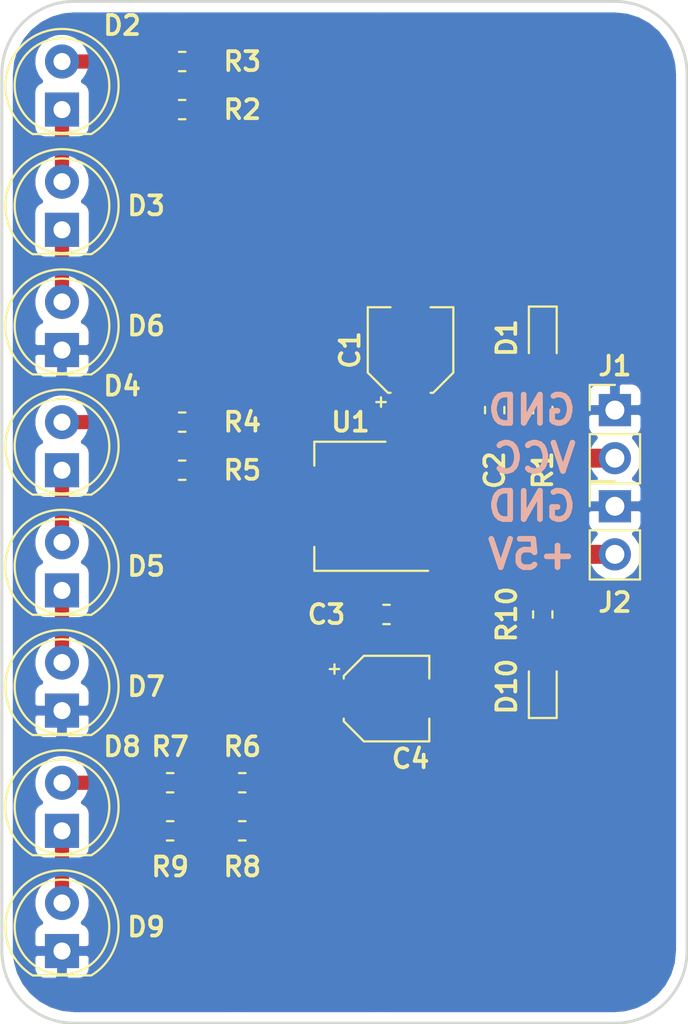
<source format=kicad_pcb>
(kicad_pcb (version 20171130) (host pcbnew "(6.0.0-rc1-dev)")

  (general
    (thickness 1.6)
    (drawings 12)
    (tracks 30)
    (zones 0)
    (modules 27)
    (nets 16)
  )

  (page A4)
  (layers
    (0 F.Cu signal)
    (31 B.Cu signal)
    (32 B.Adhes user)
    (33 F.Adhes user)
    (34 B.Paste user)
    (35 F.Paste user)
    (36 B.SilkS user)
    (37 F.SilkS user)
    (38 B.Mask user)
    (39 F.Mask user)
    (40 Dwgs.User user)
    (41 Cmts.User user)
    (42 Eco1.User user)
    (43 Eco2.User user)
    (44 Edge.Cuts user)
    (45 Margin user)
    (46 B.CrtYd user)
    (47 F.CrtYd user)
    (48 B.Fab user)
    (49 F.Fab user hide)
  )

  (setup
    (last_trace_width 0.25)
    (user_trace_width 0.3)
    (user_trace_width 0.5)
    (user_trace_width 0.75)
    (user_trace_width 1)
    (trace_clearance 0.2)
    (zone_clearance 0.508)
    (zone_45_only yes)
    (trace_min 0.2)
    (segment_width 0.2)
    (edge_width 0.15)
    (via_size 0.8)
    (via_drill 0.4)
    (via_min_size 0.4)
    (via_min_drill 0.3)
    (user_via 0.8 0.4)
    (uvia_size 0.3)
    (uvia_drill 0.1)
    (uvias_allowed no)
    (uvia_min_size 0.2)
    (uvia_min_drill 0.1)
    (pcb_text_width 0.3)
    (pcb_text_size 1.5 1.5)
    (mod_edge_width 0.15)
    (mod_text_size 1 1)
    (mod_text_width 0.2)
    (pad_size 5.99948 5.99948)
    (pad_drill 3.1)
    (pad_to_mask_clearance 0.2)
    (aux_axis_origin 0 0)
    (visible_elements FFFFFF7F)
    (pcbplotparams
      (layerselection 0x010fc_ffffffff)
      (usegerberextensions false)
      (usegerberattributes false)
      (usegerberadvancedattributes false)
      (creategerberjobfile false)
      (excludeedgelayer true)
      (linewidth 0.100000)
      (plotframeref false)
      (viasonmask false)
      (mode 1)
      (useauxorigin false)
      (hpglpennumber 1)
      (hpglpenspeed 20)
      (hpglpendiameter 15.000000)
      (psnegative false)
      (psa4output false)
      (plotreference true)
      (plotvalue true)
      (plotinvisibletext false)
      (padsonsilk false)
      (subtractmaskfromsilk false)
      (outputformat 1)
      (mirror false)
      (drillshape 1)
      (scaleselection 1)
      (outputdirectory ""))
  )

  (net 0 "")
  (net 1 GND)
  (net 2 +5V)
  (net 3 "Net-(D2-Pad1)")
  (net 4 "Net-(D3-Pad1)")
  (net 5 "Net-(D4-Pad1)")
  (net 6 "Net-(D5-Pad1)")
  (net 7 "Net-(D8-Pad1)")
  (net 8 VCC)
  (net 9 "Net-(R6-Pad2)")
  (net 10 "Net-(D10-Pad2)")
  (net 11 "Net-(R8-Pad2)")
  (net 12 "Net-(D8-Pad2)")
  (net 13 "Net-(D1-Pad2)")
  (net 14 "Net-(D2-Pad2)")
  (net 15 "Net-(D4-Pad2)")

  (net_class Default "This is the default net class."
    (clearance 0.2)
    (trace_width 0.25)
    (via_dia 0.8)
    (via_drill 0.4)
    (uvia_dia 0.3)
    (uvia_drill 0.1)
    (add_net +5V)
    (add_net GND)
    (add_net "Net-(D1-Pad2)")
    (add_net "Net-(D10-Pad2)")
    (add_net "Net-(D2-Pad1)")
    (add_net "Net-(D2-Pad2)")
    (add_net "Net-(D3-Pad1)")
    (add_net "Net-(D4-Pad1)")
    (add_net "Net-(D4-Pad2)")
    (add_net "Net-(D5-Pad1)")
    (add_net "Net-(D8-Pad1)")
    (add_net "Net-(D8-Pad2)")
    (add_net "Net-(R6-Pad2)")
    (add_net "Net-(R8-Pad2)")
    (add_net VCC)
  )

  (module LED_SMD:LED_0603_1608Metric_Pad1.05x0.95mm_HandSolder (layer F.Cu) (tedit 5B4B45C9) (tstamp 5B73A869)
    (at 144.78 109.22 90)
    (descr "LED SMD 0603 (1608 Metric), square (rectangular) end terminal, IPC_7351 nominal, (Body size source: http://www.tortai-tech.com/upload/download/2011102023233369053.pdf), generated with kicad-footprint-generator")
    (tags "LED handsolder")
    (path /5A89EDD7)
    (attr smd)
    (fp_text reference D10 (at 0 -1.905 90) (layer F.SilkS)
      (effects (font (size 1 1) (thickness 0.2)))
    )
    (fp_text value LED (at 0 1.43 90) (layer F.Fab)
      (effects (font (size 1 1) (thickness 0.15)))
    )
    (fp_line (start 0.8 -0.4) (end -0.5 -0.4) (layer F.Fab) (width 0.1))
    (fp_line (start -0.5 -0.4) (end -0.8 -0.1) (layer F.Fab) (width 0.1))
    (fp_line (start -0.8 -0.1) (end -0.8 0.4) (layer F.Fab) (width 0.1))
    (fp_line (start -0.8 0.4) (end 0.8 0.4) (layer F.Fab) (width 0.1))
    (fp_line (start 0.8 0.4) (end 0.8 -0.4) (layer F.Fab) (width 0.1))
    (fp_line (start 0.8 -0.735) (end -1.66 -0.735) (layer F.SilkS) (width 0.12))
    (fp_line (start -1.66 -0.735) (end -1.66 0.735) (layer F.SilkS) (width 0.12))
    (fp_line (start -1.66 0.735) (end 0.8 0.735) (layer F.SilkS) (width 0.12))
    (fp_line (start -1.65 0.73) (end -1.65 -0.73) (layer F.CrtYd) (width 0.05))
    (fp_line (start -1.65 -0.73) (end 1.65 -0.73) (layer F.CrtYd) (width 0.05))
    (fp_line (start 1.65 -0.73) (end 1.65 0.73) (layer F.CrtYd) (width 0.05))
    (fp_line (start 1.65 0.73) (end -1.65 0.73) (layer F.CrtYd) (width 0.05))
    (fp_text user %R (at 0 0 90) (layer F.Fab)
      (effects (font (size 0.4 0.4) (thickness 0.06)))
    )
    (pad 1 smd roundrect (at -0.875 0 90) (size 1.05 0.95) (layers F.Cu F.Paste F.Mask) (roundrect_rratio 0.25)
      (net 1 GND))
    (pad 2 smd roundrect (at 0.875 0 90) (size 1.05 0.95) (layers F.Cu F.Paste F.Mask) (roundrect_rratio 0.25)
      (net 10 "Net-(D10-Pad2)"))
    (model ${KISYS3DMOD}/LED_SMD.3dshapes/LED_0603_1608Metric.wrl
      (at (xyz 0 0 0))
      (scale (xyz 1 1 1))
      (rotate (xyz 0 0 0))
    )
  )

  (module Capacitor_SMD:CP_Elec_4x4.5 (layer F.Cu) (tedit 5A841F9D) (tstamp 5B73A0E2)
    (at 136.525 109.855)
    (descr "SMT capacitor, aluminium electrolytic, 4x4.5, Nichicon ")
    (tags "Capacitor Electrolytic")
    (path /5A8A3262)
    (attr smd)
    (fp_text reference C4 (at 1.27 3.175) (layer F.SilkS)
      (effects (font (size 1 1) (thickness 0.2)))
    )
    (fp_text value 10uF (at 0 3.2) (layer F.Fab)
      (effects (font (size 1 1) (thickness 0.15)))
    )
    (fp_text user %R (at 0 0) (layer F.Fab)
      (effects (font (size 0.8 0.8) (thickness 0.12)))
    )
    (fp_line (start -3.35 1.05) (end -2.4 1.05) (layer F.CrtYd) (width 0.05))
    (fp_line (start -3.35 -1.05) (end -3.35 1.05) (layer F.CrtYd) (width 0.05))
    (fp_line (start -2.4 -1.05) (end -3.35 -1.05) (layer F.CrtYd) (width 0.05))
    (fp_line (start -2.4 1.05) (end -2.4 1.25) (layer F.CrtYd) (width 0.05))
    (fp_line (start -2.4 -1.25) (end -2.4 -1.05) (layer F.CrtYd) (width 0.05))
    (fp_line (start -2.4 -1.25) (end -1.25 -2.4) (layer F.CrtYd) (width 0.05))
    (fp_line (start -2.4 1.25) (end -1.25 2.4) (layer F.CrtYd) (width 0.05))
    (fp_line (start -1.25 -2.4) (end 2.4 -2.4) (layer F.CrtYd) (width 0.05))
    (fp_line (start -1.25 2.4) (end 2.4 2.4) (layer F.CrtYd) (width 0.05))
    (fp_line (start 2.4 1.05) (end 2.4 2.4) (layer F.CrtYd) (width 0.05))
    (fp_line (start 3.35 1.05) (end 2.4 1.05) (layer F.CrtYd) (width 0.05))
    (fp_line (start 3.35 -1.05) (end 3.35 1.05) (layer F.CrtYd) (width 0.05))
    (fp_line (start 2.4 -1.05) (end 3.35 -1.05) (layer F.CrtYd) (width 0.05))
    (fp_line (start 2.4 -2.4) (end 2.4 -1.05) (layer F.CrtYd) (width 0.05))
    (fp_line (start -2.75 -1.81) (end -2.75 -1.31) (layer F.SilkS) (width 0.12))
    (fp_line (start -3 -1.56) (end -2.5 -1.56) (layer F.SilkS) (width 0.12))
    (fp_line (start -2.26 1.195563) (end -1.195563 2.26) (layer F.SilkS) (width 0.12))
    (fp_line (start -2.26 -1.195563) (end -1.195563 -2.26) (layer F.SilkS) (width 0.12))
    (fp_line (start -2.26 -1.195563) (end -2.26 -1.06) (layer F.SilkS) (width 0.12))
    (fp_line (start -2.26 1.195563) (end -2.26 1.06) (layer F.SilkS) (width 0.12))
    (fp_line (start -1.195563 2.26) (end 2.26 2.26) (layer F.SilkS) (width 0.12))
    (fp_line (start -1.195563 -2.26) (end 2.26 -2.26) (layer F.SilkS) (width 0.12))
    (fp_line (start 2.26 -2.26) (end 2.26 -1.06) (layer F.SilkS) (width 0.12))
    (fp_line (start 2.26 2.26) (end 2.26 1.06) (layer F.SilkS) (width 0.12))
    (fp_line (start -1.374773 -1.2) (end -1.374773 -0.8) (layer F.Fab) (width 0.1))
    (fp_line (start -1.574773 -1) (end -1.174773 -1) (layer F.Fab) (width 0.1))
    (fp_line (start -2.15 1.15) (end -1.15 2.15) (layer F.Fab) (width 0.1))
    (fp_line (start -2.15 -1.15) (end -1.15 -2.15) (layer F.Fab) (width 0.1))
    (fp_line (start -2.15 -1.15) (end -2.15 1.15) (layer F.Fab) (width 0.1))
    (fp_line (start -1.15 2.15) (end 2.15 2.15) (layer F.Fab) (width 0.1))
    (fp_line (start -1.15 -2.15) (end 2.15 -2.15) (layer F.Fab) (width 0.1))
    (fp_line (start 2.15 -2.15) (end 2.15 2.15) (layer F.Fab) (width 0.1))
    (fp_circle (center 0 0) (end 2 0) (layer F.Fab) (width 0.1))
    (pad 2 smd rect (at 1.8 0) (size 2.6 1.6) (layers F.Cu F.Paste F.Mask)
      (net 1 GND))
    (pad 1 smd rect (at -1.8 0) (size 2.6 1.6) (layers F.Cu F.Paste F.Mask)
      (net 2 +5V))
    (model ${KISYS3DMOD}/Capacitor_SMD.3dshapes/CP_Elec_4x4.5.wrl
      (at (xyz 0 0 0))
      (scale (xyz 1 1 1))
      (rotate (xyz 0 0 0))
    )
  )

  (module Capacitor_SMD:CP_Elec_4x4.5 (layer F.Cu) (tedit 5A841F9D) (tstamp 5B73A0BB)
    (at 137.795 91.44 90)
    (descr "SMT capacitor, aluminium electrolytic, 4x4.5, Nichicon ")
    (tags "Capacitor Electrolytic")
    (path /5A8A7B6D)
    (attr smd)
    (fp_text reference C1 (at 0 -3.2 90) (layer F.SilkS)
      (effects (font (size 1 1) (thickness 0.2)))
    )
    (fp_text value 10uF (at 0 3.2 90) (layer F.Fab)
      (effects (font (size 1 1) (thickness 0.15)))
    )
    (fp_circle (center 0 0) (end 2 0) (layer F.Fab) (width 0.1))
    (fp_line (start 2.15 -2.15) (end 2.15 2.15) (layer F.Fab) (width 0.1))
    (fp_line (start -1.15 -2.15) (end 2.15 -2.15) (layer F.Fab) (width 0.1))
    (fp_line (start -1.15 2.15) (end 2.15 2.15) (layer F.Fab) (width 0.1))
    (fp_line (start -2.15 -1.15) (end -2.15 1.15) (layer F.Fab) (width 0.1))
    (fp_line (start -2.15 -1.15) (end -1.15 -2.15) (layer F.Fab) (width 0.1))
    (fp_line (start -2.15 1.15) (end -1.15 2.15) (layer F.Fab) (width 0.1))
    (fp_line (start -1.574773 -1) (end -1.174773 -1) (layer F.Fab) (width 0.1))
    (fp_line (start -1.374773 -1.2) (end -1.374773 -0.8) (layer F.Fab) (width 0.1))
    (fp_line (start 2.26 2.26) (end 2.26 1.06) (layer F.SilkS) (width 0.12))
    (fp_line (start 2.26 -2.26) (end 2.26 -1.06) (layer F.SilkS) (width 0.12))
    (fp_line (start -1.195563 -2.26) (end 2.26 -2.26) (layer F.SilkS) (width 0.12))
    (fp_line (start -1.195563 2.26) (end 2.26 2.26) (layer F.SilkS) (width 0.12))
    (fp_line (start -2.26 1.195563) (end -2.26 1.06) (layer F.SilkS) (width 0.12))
    (fp_line (start -2.26 -1.195563) (end -2.26 -1.06) (layer F.SilkS) (width 0.12))
    (fp_line (start -2.26 -1.195563) (end -1.195563 -2.26) (layer F.SilkS) (width 0.12))
    (fp_line (start -2.26 1.195563) (end -1.195563 2.26) (layer F.SilkS) (width 0.12))
    (fp_line (start -3 -1.56) (end -2.5 -1.56) (layer F.SilkS) (width 0.12))
    (fp_line (start -2.75 -1.81) (end -2.75 -1.31) (layer F.SilkS) (width 0.12))
    (fp_line (start 2.4 -2.4) (end 2.4 -1.05) (layer F.CrtYd) (width 0.05))
    (fp_line (start 2.4 -1.05) (end 3.35 -1.05) (layer F.CrtYd) (width 0.05))
    (fp_line (start 3.35 -1.05) (end 3.35 1.05) (layer F.CrtYd) (width 0.05))
    (fp_line (start 3.35 1.05) (end 2.4 1.05) (layer F.CrtYd) (width 0.05))
    (fp_line (start 2.4 1.05) (end 2.4 2.4) (layer F.CrtYd) (width 0.05))
    (fp_line (start -1.25 2.4) (end 2.4 2.4) (layer F.CrtYd) (width 0.05))
    (fp_line (start -1.25 -2.4) (end 2.4 -2.4) (layer F.CrtYd) (width 0.05))
    (fp_line (start -2.4 1.25) (end -1.25 2.4) (layer F.CrtYd) (width 0.05))
    (fp_line (start -2.4 -1.25) (end -1.25 -2.4) (layer F.CrtYd) (width 0.05))
    (fp_line (start -2.4 -1.25) (end -2.4 -1.05) (layer F.CrtYd) (width 0.05))
    (fp_line (start -2.4 1.05) (end -2.4 1.25) (layer F.CrtYd) (width 0.05))
    (fp_line (start -2.4 -1.05) (end -3.35 -1.05) (layer F.CrtYd) (width 0.05))
    (fp_line (start -3.35 -1.05) (end -3.35 1.05) (layer F.CrtYd) (width 0.05))
    (fp_line (start -3.35 1.05) (end -2.4 1.05) (layer F.CrtYd) (width 0.05))
    (fp_text user %R (at 0 0 90) (layer F.Fab)
      (effects (font (size 0.8 0.8) (thickness 0.12)))
    )
    (pad 1 smd rect (at -1.8 0 90) (size 2.6 1.6) (layers F.Cu F.Paste F.Mask)
      (net 8 VCC))
    (pad 2 smd rect (at 1.8 0 90) (size 2.6 1.6) (layers F.Cu F.Paste F.Mask)
      (net 1 GND))
    (model ${KISYS3DMOD}/Capacitor_SMD.3dshapes/CP_Elec_4x4.5.wrl
      (at (xyz 0 0 0))
      (scale (xyz 1 1 1))
      (rotate (xyz 0 0 0))
    )
  )

  (module Capacitor_SMD:C_0603_1608Metric_Pad1.05x0.95mm_HandSolder (layer F.Cu) (tedit 5B301BBE) (tstamp 5B73A0AB)
    (at 142.24 94.615 90)
    (descr "Capacitor SMD 0603 (1608 Metric), square (rectangular) end terminal, IPC_7351 nominal with elongated pad for handsoldering. (Body size source: http://www.tortai-tech.com/upload/download/2011102023233369053.pdf), generated with kicad-footprint-generator")
    (tags "capacitor handsolder")
    (path /5A8A7B66)
    (attr smd)
    (fp_text reference C2 (at -3.175 0 90) (layer F.SilkS)
      (effects (font (size 1 1) (thickness 0.2)))
    )
    (fp_text value 100nF (at 0 1.43 90) (layer F.Fab)
      (effects (font (size 1 1) (thickness 0.15)))
    )
    (fp_text user %R (at 0 0 90) (layer F.Fab)
      (effects (font (size 0.4 0.4) (thickness 0.06)))
    )
    (fp_line (start 1.65 0.73) (end -1.65 0.73) (layer F.CrtYd) (width 0.05))
    (fp_line (start 1.65 -0.73) (end 1.65 0.73) (layer F.CrtYd) (width 0.05))
    (fp_line (start -1.65 -0.73) (end 1.65 -0.73) (layer F.CrtYd) (width 0.05))
    (fp_line (start -1.65 0.73) (end -1.65 -0.73) (layer F.CrtYd) (width 0.05))
    (fp_line (start -0.171267 0.51) (end 0.171267 0.51) (layer F.SilkS) (width 0.12))
    (fp_line (start -0.171267 -0.51) (end 0.171267 -0.51) (layer F.SilkS) (width 0.12))
    (fp_line (start 0.8 0.4) (end -0.8 0.4) (layer F.Fab) (width 0.1))
    (fp_line (start 0.8 -0.4) (end 0.8 0.4) (layer F.Fab) (width 0.1))
    (fp_line (start -0.8 -0.4) (end 0.8 -0.4) (layer F.Fab) (width 0.1))
    (fp_line (start -0.8 0.4) (end -0.8 -0.4) (layer F.Fab) (width 0.1))
    (pad 2 smd roundrect (at 0.875 0 90) (size 1.05 0.95) (layers F.Cu F.Paste F.Mask) (roundrect_rratio 0.25)
      (net 1 GND))
    (pad 1 smd roundrect (at -0.875 0 90) (size 1.05 0.95) (layers F.Cu F.Paste F.Mask) (roundrect_rratio 0.25)
      (net 8 VCC))
    (model ${KISYS3DMOD}/Capacitor_SMD.3dshapes/C_0603_1608Metric.wrl
      (at (xyz 0 0 0))
      (scale (xyz 1 1 1))
      (rotate (xyz 0 0 0))
    )
  )

  (module Capacitor_SMD:C_0603_1608Metric_Pad1.05x0.95mm_HandSolder (layer F.Cu) (tedit 5B301BBE) (tstamp 5B73A09B)
    (at 136.525 105.41)
    (descr "Capacitor SMD 0603 (1608 Metric), square (rectangular) end terminal, IPC_7351 nominal with elongated pad for handsoldering. (Body size source: http://www.tortai-tech.com/upload/download/2011102023233369053.pdf), generated with kicad-footprint-generator")
    (tags "capacitor handsolder")
    (path /5A8A31A9)
    (attr smd)
    (fp_text reference C3 (at -3.175 0) (layer F.SilkS)
      (effects (font (size 1 1) (thickness 0.2)))
    )
    (fp_text value 100nF (at 0 1.43) (layer F.Fab)
      (effects (font (size 1 1) (thickness 0.15)))
    )
    (fp_line (start -0.8 0.4) (end -0.8 -0.4) (layer F.Fab) (width 0.1))
    (fp_line (start -0.8 -0.4) (end 0.8 -0.4) (layer F.Fab) (width 0.1))
    (fp_line (start 0.8 -0.4) (end 0.8 0.4) (layer F.Fab) (width 0.1))
    (fp_line (start 0.8 0.4) (end -0.8 0.4) (layer F.Fab) (width 0.1))
    (fp_line (start -0.171267 -0.51) (end 0.171267 -0.51) (layer F.SilkS) (width 0.12))
    (fp_line (start -0.171267 0.51) (end 0.171267 0.51) (layer F.SilkS) (width 0.12))
    (fp_line (start -1.65 0.73) (end -1.65 -0.73) (layer F.CrtYd) (width 0.05))
    (fp_line (start -1.65 -0.73) (end 1.65 -0.73) (layer F.CrtYd) (width 0.05))
    (fp_line (start 1.65 -0.73) (end 1.65 0.73) (layer F.CrtYd) (width 0.05))
    (fp_line (start 1.65 0.73) (end -1.65 0.73) (layer F.CrtYd) (width 0.05))
    (fp_text user %R (at 0 0) (layer F.Fab)
      (effects (font (size 0.4 0.4) (thickness 0.06)))
    )
    (pad 1 smd roundrect (at -0.875 0) (size 1.05 0.95) (layers F.Cu F.Paste F.Mask) (roundrect_rratio 0.25)
      (net 2 +5V))
    (pad 2 smd roundrect (at 0.875 0) (size 1.05 0.95) (layers F.Cu F.Paste F.Mask) (roundrect_rratio 0.25)
      (net 1 GND))
    (model ${KISYS3DMOD}/Capacitor_SMD.3dshapes/C_0603_1608Metric.wrl
      (at (xyz 0 0 0))
      (scale (xyz 1 1 1))
      (rotate (xyz 0 0 0))
    )
  )

  (module Connector_PinHeader_2.54mm:PinHeader_1x02_P2.54mm_Vertical (layer F.Cu) (tedit 59FED5CC) (tstamp 5B73A086)
    (at 148.59 99.695)
    (descr "Through hole straight pin header, 1x02, 2.54mm pitch, single row")
    (tags "Through hole pin header THT 1x02 2.54mm single row")
    (path /5A89C5FF)
    (fp_text reference J2 (at 0 5.08) (layer F.SilkS)
      (effects (font (size 1 1) (thickness 0.2)))
    )
    (fp_text value Conn_01x02 (at 0 4.87) (layer F.Fab)
      (effects (font (size 1 1) (thickness 0.15)))
    )
    (fp_text user %R (at 0 1.27 90) (layer F.Fab)
      (effects (font (size 1 1) (thickness 0.15)))
    )
    (fp_line (start 1.8 -1.8) (end -1.8 -1.8) (layer F.CrtYd) (width 0.05))
    (fp_line (start 1.8 4.35) (end 1.8 -1.8) (layer F.CrtYd) (width 0.05))
    (fp_line (start -1.8 4.35) (end 1.8 4.35) (layer F.CrtYd) (width 0.05))
    (fp_line (start -1.8 -1.8) (end -1.8 4.35) (layer F.CrtYd) (width 0.05))
    (fp_line (start -1.33 -1.33) (end 0 -1.33) (layer F.SilkS) (width 0.12))
    (fp_line (start -1.33 0) (end -1.33 -1.33) (layer F.SilkS) (width 0.12))
    (fp_line (start -1.33 1.27) (end 1.33 1.27) (layer F.SilkS) (width 0.12))
    (fp_line (start 1.33 1.27) (end 1.33 3.87) (layer F.SilkS) (width 0.12))
    (fp_line (start -1.33 1.27) (end -1.33 3.87) (layer F.SilkS) (width 0.12))
    (fp_line (start -1.33 3.87) (end 1.33 3.87) (layer F.SilkS) (width 0.12))
    (fp_line (start -1.27 -0.635) (end -0.635 -1.27) (layer F.Fab) (width 0.1))
    (fp_line (start -1.27 3.81) (end -1.27 -0.635) (layer F.Fab) (width 0.1))
    (fp_line (start 1.27 3.81) (end -1.27 3.81) (layer F.Fab) (width 0.1))
    (fp_line (start 1.27 -1.27) (end 1.27 3.81) (layer F.Fab) (width 0.1))
    (fp_line (start -0.635 -1.27) (end 1.27 -1.27) (layer F.Fab) (width 0.1))
    (pad 2 thru_hole oval (at 0 2.54) (size 1.7 1.7) (drill 1) (layers *.Cu *.Mask)
      (net 2 +5V))
    (pad 1 thru_hole rect (at 0 0) (size 1.7 1.7) (drill 1) (layers *.Cu *.Mask)
      (net 1 GND))
    (model ${KISYS3DMOD}/Connector_PinHeader_2.54mm.3dshapes/PinHeader_1x02_P2.54mm_Vertical.wrl
      (at (xyz 0 0 0))
      (scale (xyz 1 1 1))
      (rotate (xyz 0 0 0))
    )
  )

  (module Connector_PinHeader_2.54mm:PinHeader_1x02_P2.54mm_Vertical (layer F.Cu) (tedit 59FED5CC) (tstamp 5B73A071)
    (at 148.59 94.615)
    (descr "Through hole straight pin header, 1x02, 2.54mm pitch, single row")
    (tags "Through hole pin header THT 1x02 2.54mm single row")
    (path /5A8AB0A4)
    (fp_text reference J1 (at 0 -2.33) (layer F.SilkS)
      (effects (font (size 1 1) (thickness 0.2)))
    )
    (fp_text value Conn_01x02 (at 0 4.87) (layer F.Fab)
      (effects (font (size 1 1) (thickness 0.15)))
    )
    (fp_line (start -0.635 -1.27) (end 1.27 -1.27) (layer F.Fab) (width 0.1))
    (fp_line (start 1.27 -1.27) (end 1.27 3.81) (layer F.Fab) (width 0.1))
    (fp_line (start 1.27 3.81) (end -1.27 3.81) (layer F.Fab) (width 0.1))
    (fp_line (start -1.27 3.81) (end -1.27 -0.635) (layer F.Fab) (width 0.1))
    (fp_line (start -1.27 -0.635) (end -0.635 -1.27) (layer F.Fab) (width 0.1))
    (fp_line (start -1.33 3.87) (end 1.33 3.87) (layer F.SilkS) (width 0.12))
    (fp_line (start -1.33 1.27) (end -1.33 3.87) (layer F.SilkS) (width 0.12))
    (fp_line (start 1.33 1.27) (end 1.33 3.87) (layer F.SilkS) (width 0.12))
    (fp_line (start -1.33 1.27) (end 1.33 1.27) (layer F.SilkS) (width 0.12))
    (fp_line (start -1.33 0) (end -1.33 -1.33) (layer F.SilkS) (width 0.12))
    (fp_line (start -1.33 -1.33) (end 0 -1.33) (layer F.SilkS) (width 0.12))
    (fp_line (start -1.8 -1.8) (end -1.8 4.35) (layer F.CrtYd) (width 0.05))
    (fp_line (start -1.8 4.35) (end 1.8 4.35) (layer F.CrtYd) (width 0.05))
    (fp_line (start 1.8 4.35) (end 1.8 -1.8) (layer F.CrtYd) (width 0.05))
    (fp_line (start 1.8 -1.8) (end -1.8 -1.8) (layer F.CrtYd) (width 0.05))
    (fp_text user %R (at 0 1.27 90) (layer F.Fab)
      (effects (font (size 1 1) (thickness 0.15)))
    )
    (pad 1 thru_hole rect (at 0 0) (size 1.7 1.7) (drill 1) (layers *.Cu *.Mask)
      (net 1 GND))
    (pad 2 thru_hole oval (at 0 2.54) (size 1.7 1.7) (drill 1) (layers *.Cu *.Mask)
      (net 8 VCC))
    (model ${KISYS3DMOD}/Connector_PinHeader_2.54mm.3dshapes/PinHeader_1x02_P2.54mm_Vertical.wrl
      (at (xyz 0 0 0))
      (scale (xyz 1 1 1))
      (rotate (xyz 0 0 0))
    )
  )

  (module LED_SMD:LED_0603_1608Metric_Pad1.05x0.95mm_HandSolder (layer F.Cu) (tedit 5B4B45C9) (tstamp 5B73A05F)
    (at 144.78 90.805 270)
    (descr "LED SMD 0603 (1608 Metric), square (rectangular) end terminal, IPC_7351 nominal, (Body size source: http://www.tortai-tech.com/upload/download/2011102023233369053.pdf), generated with kicad-footprint-generator")
    (tags "LED handsolder")
    (path /5A8A7B55)
    (attr smd)
    (fp_text reference D1 (at 0 1.905 270) (layer F.SilkS)
      (effects (font (size 1 1) (thickness 0.2)))
    )
    (fp_text value LED (at 0 1.43 270) (layer F.Fab)
      (effects (font (size 1 1) (thickness 0.15)))
    )
    (fp_line (start 0.8 -0.4) (end -0.5 -0.4) (layer F.Fab) (width 0.1))
    (fp_line (start -0.5 -0.4) (end -0.8 -0.1) (layer F.Fab) (width 0.1))
    (fp_line (start -0.8 -0.1) (end -0.8 0.4) (layer F.Fab) (width 0.1))
    (fp_line (start -0.8 0.4) (end 0.8 0.4) (layer F.Fab) (width 0.1))
    (fp_line (start 0.8 0.4) (end 0.8 -0.4) (layer F.Fab) (width 0.1))
    (fp_line (start 0.8 -0.735) (end -1.66 -0.735) (layer F.SilkS) (width 0.12))
    (fp_line (start -1.66 -0.735) (end -1.66 0.735) (layer F.SilkS) (width 0.12))
    (fp_line (start -1.66 0.735) (end 0.8 0.735) (layer F.SilkS) (width 0.12))
    (fp_line (start -1.65 0.73) (end -1.65 -0.73) (layer F.CrtYd) (width 0.05))
    (fp_line (start -1.65 -0.73) (end 1.65 -0.73) (layer F.CrtYd) (width 0.05))
    (fp_line (start 1.65 -0.73) (end 1.65 0.73) (layer F.CrtYd) (width 0.05))
    (fp_line (start 1.65 0.73) (end -1.65 0.73) (layer F.CrtYd) (width 0.05))
    (fp_text user %R (at 0 0 270) (layer F.Fab)
      (effects (font (size 0.4 0.4) (thickness 0.06)))
    )
    (pad 1 smd roundrect (at -0.875 0 270) (size 1.05 0.95) (layers F.Cu F.Paste F.Mask) (roundrect_rratio 0.25)
      (net 1 GND))
    (pad 2 smd roundrect (at 0.875 0 270) (size 1.05 0.95) (layers F.Cu F.Paste F.Mask) (roundrect_rratio 0.25)
      (net 13 "Net-(D1-Pad2)"))
    (model ${KISYS3DMOD}/LED_SMD.3dshapes/LED_0603_1608Metric.wrl
      (at (xyz 0 0 0))
      (scale (xyz 1 1 1))
      (rotate (xyz 0 0 0))
    )
  )

  (module LED_THT:LED_D5.0mm (layer F.Cu) (tedit 5995936A) (tstamp 5B73A03D)
    (at 119.38 123.19 90)
    (descr "LED, diameter 5.0mm, 2 pins, http://cdn-reichelt.de/documents/datenblatt/A500/LL-504BC2E-009.pdf")
    (tags "LED diameter 5.0mm 2 pins")
    (path /5A89DA91)
    (fp_text reference D9 (at 1.27 4.445 180) (layer F.SilkS)
      (effects (font (size 1 1) (thickness 0.2)))
    )
    (fp_text value CQY99 (at 1.27 3.96 90) (layer F.Fab)
      (effects (font (size 1 1) (thickness 0.15)))
    )
    (fp_text user %R (at 1.25 0 90) (layer F.Fab)
      (effects (font (size 0.8 0.8) (thickness 0.2)))
    )
    (fp_line (start 4.5 -3.25) (end -1.95 -3.25) (layer F.CrtYd) (width 0.05))
    (fp_line (start 4.5 3.25) (end 4.5 -3.25) (layer F.CrtYd) (width 0.05))
    (fp_line (start -1.95 3.25) (end 4.5 3.25) (layer F.CrtYd) (width 0.05))
    (fp_line (start -1.95 -3.25) (end -1.95 3.25) (layer F.CrtYd) (width 0.05))
    (fp_line (start -1.29 -1.545) (end -1.29 1.545) (layer F.SilkS) (width 0.12))
    (fp_line (start -1.23 -1.469694) (end -1.23 1.469694) (layer F.Fab) (width 0.1))
    (fp_circle (center 1.27 0) (end 3.77 0) (layer F.SilkS) (width 0.12))
    (fp_circle (center 1.27 0) (end 3.77 0) (layer F.Fab) (width 0.1))
    (fp_arc (start 1.27 0) (end -1.29 1.54483) (angle -148.9) (layer F.SilkS) (width 0.12))
    (fp_arc (start 1.27 0) (end -1.29 -1.54483) (angle 148.9) (layer F.SilkS) (width 0.12))
    (fp_arc (start 1.27 0) (end -1.23 -1.469694) (angle 299.1) (layer F.Fab) (width 0.1))
    (pad 2 thru_hole circle (at 2.54 0 90) (size 1.8 1.8) (drill 0.9) (layers *.Cu *.Mask)
      (net 7 "Net-(D8-Pad1)"))
    (pad 1 thru_hole rect (at 0 0 90) (size 1.8 1.8) (drill 0.9) (layers *.Cu *.Mask)
      (net 1 GND))
    (model ${KISYS3DMOD}/LED_THT.3dshapes/LED_D5.0mm.wrl
      (at (xyz 0 0 0))
      (scale (xyz 1 1 1))
      (rotate (xyz 0 0 0))
    )
  )

  (module LED_THT:LED_D5.0mm (layer F.Cu) (tedit 5995936A) (tstamp 5B73A02C)
    (at 119.38 110.49 90)
    (descr "LED, diameter 5.0mm, 2 pins, http://cdn-reichelt.de/documents/datenblatt/A500/LL-504BC2E-009.pdf")
    (tags "LED diameter 5.0mm 2 pins")
    (path /5A89DA57)
    (fp_text reference D7 (at 1.27 4.445 180) (layer F.SilkS)
      (effects (font (size 1 1) (thickness 0.2)))
    )
    (fp_text value CQY99 (at 1.27 3.96 90) (layer F.Fab)
      (effects (font (size 1 1) (thickness 0.15)))
    )
    (fp_arc (start 1.27 0) (end -1.23 -1.469694) (angle 299.1) (layer F.Fab) (width 0.1))
    (fp_arc (start 1.27 0) (end -1.29 -1.54483) (angle 148.9) (layer F.SilkS) (width 0.12))
    (fp_arc (start 1.27 0) (end -1.29 1.54483) (angle -148.9) (layer F.SilkS) (width 0.12))
    (fp_circle (center 1.27 0) (end 3.77 0) (layer F.Fab) (width 0.1))
    (fp_circle (center 1.27 0) (end 3.77 0) (layer F.SilkS) (width 0.12))
    (fp_line (start -1.23 -1.469694) (end -1.23 1.469694) (layer F.Fab) (width 0.1))
    (fp_line (start -1.29 -1.545) (end -1.29 1.545) (layer F.SilkS) (width 0.12))
    (fp_line (start -1.95 -3.25) (end -1.95 3.25) (layer F.CrtYd) (width 0.05))
    (fp_line (start -1.95 3.25) (end 4.5 3.25) (layer F.CrtYd) (width 0.05))
    (fp_line (start 4.5 3.25) (end 4.5 -3.25) (layer F.CrtYd) (width 0.05))
    (fp_line (start 4.5 -3.25) (end -1.95 -3.25) (layer F.CrtYd) (width 0.05))
    (fp_text user %R (at 1.25 0 90) (layer F.Fab)
      (effects (font (size 0.8 0.8) (thickness 0.2)))
    )
    (pad 1 thru_hole rect (at 0 0 90) (size 1.8 1.8) (drill 0.9) (layers *.Cu *.Mask)
      (net 1 GND))
    (pad 2 thru_hole circle (at 2.54 0 90) (size 1.8 1.8) (drill 0.9) (layers *.Cu *.Mask)
      (net 6 "Net-(D5-Pad1)"))
    (model ${KISYS3DMOD}/LED_THT.3dshapes/LED_D5.0mm.wrl
      (at (xyz 0 0 0))
      (scale (xyz 1 1 1))
      (rotate (xyz 0 0 0))
    )
  )

  (module LED_THT:LED_D5.0mm (layer F.Cu) (tedit 5995936A) (tstamp 5B73A01B)
    (at 119.38 91.44 90)
    (descr "LED, diameter 5.0mm, 2 pins, http://cdn-reichelt.de/documents/datenblatt/A500/LL-504BC2E-009.pdf")
    (tags "LED diameter 5.0mm 2 pins")
    (path /5A89DA3A)
    (fp_text reference D6 (at 1.27 4.445 180) (layer F.SilkS)
      (effects (font (size 1 1) (thickness 0.2)))
    )
    (fp_text value CQY99 (at 1.27 3.96 90) (layer F.Fab)
      (effects (font (size 1 1) (thickness 0.15)))
    )
    (fp_text user %R (at 1.25 0 90) (layer F.Fab)
      (effects (font (size 0.8 0.8) (thickness 0.2)))
    )
    (fp_line (start 4.5 -3.25) (end -1.95 -3.25) (layer F.CrtYd) (width 0.05))
    (fp_line (start 4.5 3.25) (end 4.5 -3.25) (layer F.CrtYd) (width 0.05))
    (fp_line (start -1.95 3.25) (end 4.5 3.25) (layer F.CrtYd) (width 0.05))
    (fp_line (start -1.95 -3.25) (end -1.95 3.25) (layer F.CrtYd) (width 0.05))
    (fp_line (start -1.29 -1.545) (end -1.29 1.545) (layer F.SilkS) (width 0.12))
    (fp_line (start -1.23 -1.469694) (end -1.23 1.469694) (layer F.Fab) (width 0.1))
    (fp_circle (center 1.27 0) (end 3.77 0) (layer F.SilkS) (width 0.12))
    (fp_circle (center 1.27 0) (end 3.77 0) (layer F.Fab) (width 0.1))
    (fp_arc (start 1.27 0) (end -1.29 1.54483) (angle -148.9) (layer F.SilkS) (width 0.12))
    (fp_arc (start 1.27 0) (end -1.29 -1.54483) (angle 148.9) (layer F.SilkS) (width 0.12))
    (fp_arc (start 1.27 0) (end -1.23 -1.469694) (angle 299.1) (layer F.Fab) (width 0.1))
    (pad 2 thru_hole circle (at 2.54 0 90) (size 1.8 1.8) (drill 0.9) (layers *.Cu *.Mask)
      (net 4 "Net-(D3-Pad1)"))
    (pad 1 thru_hole rect (at 0 0 90) (size 1.8 1.8) (drill 0.9) (layers *.Cu *.Mask)
      (net 1 GND))
    (model ${KISYS3DMOD}/LED_THT.3dshapes/LED_D5.0mm.wrl
      (at (xyz 0 0 0))
      (scale (xyz 1 1 1))
      (rotate (xyz 0 0 0))
    )
  )

  (module LED_THT:LED_D5.0mm (layer F.Cu) (tedit 5995936A) (tstamp 5B73A00A)
    (at 119.38 104.14 90)
    (descr "LED, diameter 5.0mm, 2 pins, http://cdn-reichelt.de/documents/datenblatt/A500/LL-504BC2E-009.pdf")
    (tags "LED diameter 5.0mm 2 pins")
    (path /5A89D060)
    (fp_text reference D5 (at 1.27 4.445 180) (layer F.SilkS)
      (effects (font (size 1 1) (thickness 0.2)))
    )
    (fp_text value CQY99 (at 1.27 3.96 90) (layer F.Fab)
      (effects (font (size 1 1) (thickness 0.15)))
    )
    (fp_arc (start 1.27 0) (end -1.23 -1.469694) (angle 299.1) (layer F.Fab) (width 0.1))
    (fp_arc (start 1.27 0) (end -1.29 -1.54483) (angle 148.9) (layer F.SilkS) (width 0.12))
    (fp_arc (start 1.27 0) (end -1.29 1.54483) (angle -148.9) (layer F.SilkS) (width 0.12))
    (fp_circle (center 1.27 0) (end 3.77 0) (layer F.Fab) (width 0.1))
    (fp_circle (center 1.27 0) (end 3.77 0) (layer F.SilkS) (width 0.12))
    (fp_line (start -1.23 -1.469694) (end -1.23 1.469694) (layer F.Fab) (width 0.1))
    (fp_line (start -1.29 -1.545) (end -1.29 1.545) (layer F.SilkS) (width 0.12))
    (fp_line (start -1.95 -3.25) (end -1.95 3.25) (layer F.CrtYd) (width 0.05))
    (fp_line (start -1.95 3.25) (end 4.5 3.25) (layer F.CrtYd) (width 0.05))
    (fp_line (start 4.5 3.25) (end 4.5 -3.25) (layer F.CrtYd) (width 0.05))
    (fp_line (start 4.5 -3.25) (end -1.95 -3.25) (layer F.CrtYd) (width 0.05))
    (fp_text user %R (at 1.25 0 90) (layer F.Fab)
      (effects (font (size 0.8 0.8) (thickness 0.2)))
    )
    (pad 1 thru_hole rect (at 0 0 90) (size 1.8 1.8) (drill 0.9) (layers *.Cu *.Mask)
      (net 6 "Net-(D5-Pad1)"))
    (pad 2 thru_hole circle (at 2.54 0 90) (size 1.8 1.8) (drill 0.9) (layers *.Cu *.Mask)
      (net 5 "Net-(D4-Pad1)"))
    (model ${KISYS3DMOD}/LED_THT.3dshapes/LED_D5.0mm.wrl
      (at (xyz 0 0 0))
      (scale (xyz 1 1 1))
      (rotate (xyz 0 0 0))
    )
  )

  (module LED_THT:LED_D5.0mm (layer F.Cu) (tedit 5995936A) (tstamp 5B739FF9)
    (at 119.38 97.79 90)
    (descr "LED, diameter 5.0mm, 2 pins, http://cdn-reichelt.de/documents/datenblatt/A500/LL-504BC2E-009.pdf")
    (tags "LED diameter 5.0mm 2 pins")
    (path /5A89D043)
    (fp_text reference D4 (at 4.445 3.175 180) (layer F.SilkS)
      (effects (font (size 1 1) (thickness 0.2)))
    )
    (fp_text value CQY99 (at 1.27 3.96 90) (layer F.Fab)
      (effects (font (size 1 1) (thickness 0.15)))
    )
    (fp_text user %R (at 1.25 0 90) (layer F.Fab)
      (effects (font (size 0.8 0.8) (thickness 0.2)))
    )
    (fp_line (start 4.5 -3.25) (end -1.95 -3.25) (layer F.CrtYd) (width 0.05))
    (fp_line (start 4.5 3.25) (end 4.5 -3.25) (layer F.CrtYd) (width 0.05))
    (fp_line (start -1.95 3.25) (end 4.5 3.25) (layer F.CrtYd) (width 0.05))
    (fp_line (start -1.95 -3.25) (end -1.95 3.25) (layer F.CrtYd) (width 0.05))
    (fp_line (start -1.29 -1.545) (end -1.29 1.545) (layer F.SilkS) (width 0.12))
    (fp_line (start -1.23 -1.469694) (end -1.23 1.469694) (layer F.Fab) (width 0.1))
    (fp_circle (center 1.27 0) (end 3.77 0) (layer F.SilkS) (width 0.12))
    (fp_circle (center 1.27 0) (end 3.77 0) (layer F.Fab) (width 0.1))
    (fp_arc (start 1.27 0) (end -1.29 1.54483) (angle -148.9) (layer F.SilkS) (width 0.12))
    (fp_arc (start 1.27 0) (end -1.29 -1.54483) (angle 148.9) (layer F.SilkS) (width 0.12))
    (fp_arc (start 1.27 0) (end -1.23 -1.469694) (angle 299.1) (layer F.Fab) (width 0.1))
    (pad 2 thru_hole circle (at 2.54 0 90) (size 1.8 1.8) (drill 0.9) (layers *.Cu *.Mask)
      (net 15 "Net-(D4-Pad2)"))
    (pad 1 thru_hole rect (at 0 0 90) (size 1.8 1.8) (drill 0.9) (layers *.Cu *.Mask)
      (net 5 "Net-(D4-Pad1)"))
    (model ${KISYS3DMOD}/LED_THT.3dshapes/LED_D5.0mm.wrl
      (at (xyz 0 0 0))
      (scale (xyz 1 1 1))
      (rotate (xyz 0 0 0))
    )
  )

  (module LED_THT:LED_D5.0mm (layer F.Cu) (tedit 5995936A) (tstamp 5B739FE8)
    (at 119.38 85.09 90)
    (descr "LED, diameter 5.0mm, 2 pins, http://cdn-reichelt.de/documents/datenblatt/A500/LL-504BC2E-009.pdf")
    (tags "LED diameter 5.0mm 2 pins")
    (path /5A89CE58)
    (fp_text reference D3 (at 1.27 4.445 180) (layer F.SilkS)
      (effects (font (size 1 1) (thickness 0.2)))
    )
    (fp_text value CQY99 (at 1.27 3.96 90) (layer F.Fab)
      (effects (font (size 1 1) (thickness 0.15)))
    )
    (fp_arc (start 1.27 0) (end -1.23 -1.469694) (angle 299.1) (layer F.Fab) (width 0.1))
    (fp_arc (start 1.27 0) (end -1.29 -1.54483) (angle 148.9) (layer F.SilkS) (width 0.12))
    (fp_arc (start 1.27 0) (end -1.29 1.54483) (angle -148.9) (layer F.SilkS) (width 0.12))
    (fp_circle (center 1.27 0) (end 3.77 0) (layer F.Fab) (width 0.1))
    (fp_circle (center 1.27 0) (end 3.77 0) (layer F.SilkS) (width 0.12))
    (fp_line (start -1.23 -1.469694) (end -1.23 1.469694) (layer F.Fab) (width 0.1))
    (fp_line (start -1.29 -1.545) (end -1.29 1.545) (layer F.SilkS) (width 0.12))
    (fp_line (start -1.95 -3.25) (end -1.95 3.25) (layer F.CrtYd) (width 0.05))
    (fp_line (start -1.95 3.25) (end 4.5 3.25) (layer F.CrtYd) (width 0.05))
    (fp_line (start 4.5 3.25) (end 4.5 -3.25) (layer F.CrtYd) (width 0.05))
    (fp_line (start 4.5 -3.25) (end -1.95 -3.25) (layer F.CrtYd) (width 0.05))
    (fp_text user %R (at 1.25 0 90) (layer F.Fab)
      (effects (font (size 0.8 0.8) (thickness 0.2)))
    )
    (pad 1 thru_hole rect (at 0 0 90) (size 1.8 1.8) (drill 0.9) (layers *.Cu *.Mask)
      (net 4 "Net-(D3-Pad1)"))
    (pad 2 thru_hole circle (at 2.54 0 90) (size 1.8 1.8) (drill 0.9) (layers *.Cu *.Mask)
      (net 3 "Net-(D2-Pad1)"))
    (model ${KISYS3DMOD}/LED_THT.3dshapes/LED_D5.0mm.wrl
      (at (xyz 0 0 0))
      (scale (xyz 1 1 1))
      (rotate (xyz 0 0 0))
    )
  )

  (module LED_THT:LED_D5.0mm (layer F.Cu) (tedit 5995936A) (tstamp 5B739FD7)
    (at 119.38 78.74 90)
    (descr "LED, diameter 5.0mm, 2 pins, http://cdn-reichelt.de/documents/datenblatt/A500/LL-504BC2E-009.pdf")
    (tags "LED diameter 5.0mm 2 pins")
    (path /5A89CB23)
    (fp_text reference D2 (at 4.445 3.175) (layer F.SilkS)
      (effects (font (size 1 1) (thickness 0.2)))
    )
    (fp_text value CQY99 (at 1.27 3.96 90) (layer F.Fab)
      (effects (font (size 1 1) (thickness 0.15)))
    )
    (fp_text user %R (at 1.25 0 90) (layer F.Fab)
      (effects (font (size 0.8 0.8) (thickness 0.2)))
    )
    (fp_line (start 4.5 -3.25) (end -1.95 -3.25) (layer F.CrtYd) (width 0.05))
    (fp_line (start 4.5 3.25) (end 4.5 -3.25) (layer F.CrtYd) (width 0.05))
    (fp_line (start -1.95 3.25) (end 4.5 3.25) (layer F.CrtYd) (width 0.05))
    (fp_line (start -1.95 -3.25) (end -1.95 3.25) (layer F.CrtYd) (width 0.05))
    (fp_line (start -1.29 -1.545) (end -1.29 1.545) (layer F.SilkS) (width 0.12))
    (fp_line (start -1.23 -1.469694) (end -1.23 1.469694) (layer F.Fab) (width 0.1))
    (fp_circle (center 1.27 0) (end 3.77 0) (layer F.SilkS) (width 0.12))
    (fp_circle (center 1.27 0) (end 3.77 0) (layer F.Fab) (width 0.1))
    (fp_arc (start 1.27 0) (end -1.29 1.54483) (angle -148.9) (layer F.SilkS) (width 0.12))
    (fp_arc (start 1.27 0) (end -1.29 -1.54483) (angle 148.9) (layer F.SilkS) (width 0.12))
    (fp_arc (start 1.27 0) (end -1.23 -1.469694) (angle 299.1) (layer F.Fab) (width 0.1))
    (pad 2 thru_hole circle (at 2.54 0 90) (size 1.8 1.8) (drill 0.9) (layers *.Cu *.Mask)
      (net 14 "Net-(D2-Pad2)"))
    (pad 1 thru_hole rect (at 0 0 90) (size 1.8 1.8) (drill 0.9) (layers *.Cu *.Mask)
      (net 3 "Net-(D2-Pad1)"))
    (model ${KISYS3DMOD}/LED_THT.3dshapes/LED_D5.0mm.wrl
      (at (xyz 0 0 0))
      (scale (xyz 1 1 1))
      (rotate (xyz 0 0 0))
    )
  )

  (module LED_THT:LED_D5.0mm (layer F.Cu) (tedit 5995936A) (tstamp 5B739FC6)
    (at 119.38 116.84 90)
    (descr "LED, diameter 5.0mm, 2 pins, http://cdn-reichelt.de/documents/datenblatt/A500/LL-504BC2E-009.pdf")
    (tags "LED diameter 5.0mm 2 pins")
    (path /5A89DA74)
    (fp_text reference D8 (at 4.445 3.175 180) (layer F.SilkS)
      (effects (font (size 1 1) (thickness 0.2)))
    )
    (fp_text value CQY99 (at 1.27 3.96 90) (layer F.Fab)
      (effects (font (size 1 1) (thickness 0.15)))
    )
    (fp_arc (start 1.27 0) (end -1.23 -1.469694) (angle 299.1) (layer F.Fab) (width 0.1))
    (fp_arc (start 1.27 0) (end -1.29 -1.54483) (angle 148.9) (layer F.SilkS) (width 0.12))
    (fp_arc (start 1.27 0) (end -1.29 1.54483) (angle -148.9) (layer F.SilkS) (width 0.12))
    (fp_circle (center 1.27 0) (end 3.77 0) (layer F.Fab) (width 0.1))
    (fp_circle (center 1.27 0) (end 3.77 0) (layer F.SilkS) (width 0.12))
    (fp_line (start -1.23 -1.469694) (end -1.23 1.469694) (layer F.Fab) (width 0.1))
    (fp_line (start -1.29 -1.545) (end -1.29 1.545) (layer F.SilkS) (width 0.12))
    (fp_line (start -1.95 -3.25) (end -1.95 3.25) (layer F.CrtYd) (width 0.05))
    (fp_line (start -1.95 3.25) (end 4.5 3.25) (layer F.CrtYd) (width 0.05))
    (fp_line (start 4.5 3.25) (end 4.5 -3.25) (layer F.CrtYd) (width 0.05))
    (fp_line (start 4.5 -3.25) (end -1.95 -3.25) (layer F.CrtYd) (width 0.05))
    (fp_text user %R (at 1.25 0 90) (layer F.Fab)
      (effects (font (size 0.8 0.8) (thickness 0.2)))
    )
    (pad 1 thru_hole rect (at 0 0 90) (size 1.8 1.8) (drill 0.9) (layers *.Cu *.Mask)
      (net 7 "Net-(D8-Pad1)"))
    (pad 2 thru_hole circle (at 2.54 0 90) (size 1.8 1.8) (drill 0.9) (layers *.Cu *.Mask)
      (net 12 "Net-(D8-Pad2)"))
    (model ${KISYS3DMOD}/LED_THT.3dshapes/LED_D5.0mm.wrl
      (at (xyz 0 0 0))
      (scale (xyz 1 1 1))
      (rotate (xyz 0 0 0))
    )
  )

  (module Package_TO_SOT_SMD:SOT-223-3_TabPin2 (layer F.Cu) (tedit 5A02FF57) (tstamp 5B739FB1)
    (at 134.62 99.695 180)
    (descr "module CMS SOT223 4 pins")
    (tags "CMS SOT")
    (path /5A8A309C)
    (attr smd)
    (fp_text reference U1 (at 0 4.445 180) (layer F.SilkS)
      (effects (font (size 1 1) (thickness 0.2)))
    )
    (fp_text value LM1117-5.0 (at 0 4.5 180) (layer F.Fab)
      (effects (font (size 1 1) (thickness 0.15)))
    )
    (fp_text user %R (at 0 0 270) (layer F.Fab)
      (effects (font (size 0.8 0.8) (thickness 0.12)))
    )
    (fp_line (start 1.91 3.41) (end 1.91 2.15) (layer F.SilkS) (width 0.12))
    (fp_line (start 1.91 -3.41) (end 1.91 -2.15) (layer F.SilkS) (width 0.12))
    (fp_line (start 4.4 -3.6) (end -4.4 -3.6) (layer F.CrtYd) (width 0.05))
    (fp_line (start 4.4 3.6) (end 4.4 -3.6) (layer F.CrtYd) (width 0.05))
    (fp_line (start -4.4 3.6) (end 4.4 3.6) (layer F.CrtYd) (width 0.05))
    (fp_line (start -4.4 -3.6) (end -4.4 3.6) (layer F.CrtYd) (width 0.05))
    (fp_line (start -1.85 -2.35) (end -0.85 -3.35) (layer F.Fab) (width 0.1))
    (fp_line (start -1.85 -2.35) (end -1.85 3.35) (layer F.Fab) (width 0.1))
    (fp_line (start -1.85 3.41) (end 1.91 3.41) (layer F.SilkS) (width 0.12))
    (fp_line (start -0.85 -3.35) (end 1.85 -3.35) (layer F.Fab) (width 0.1))
    (fp_line (start -4.1 -3.41) (end 1.91 -3.41) (layer F.SilkS) (width 0.12))
    (fp_line (start -1.85 3.35) (end 1.85 3.35) (layer F.Fab) (width 0.1))
    (fp_line (start 1.85 -3.35) (end 1.85 3.35) (layer F.Fab) (width 0.1))
    (pad 2 smd rect (at 3.15 0 180) (size 2 3.8) (layers F.Cu F.Paste F.Mask)
      (net 2 +5V))
    (pad 2 smd rect (at -3.15 0 180) (size 2 1.5) (layers F.Cu F.Paste F.Mask)
      (net 2 +5V))
    (pad 3 smd rect (at -3.15 2.3 180) (size 2 1.5) (layers F.Cu F.Paste F.Mask)
      (net 8 VCC))
    (pad 1 smd rect (at -3.15 -2.3 180) (size 2 1.5) (layers F.Cu F.Paste F.Mask)
      (net 1 GND))
    (model ${KISYS3DMOD}/Package_TO_SOT_SMD.3dshapes/SOT-223.wrl
      (at (xyz 0 0 0))
      (scale (xyz 1 1 1))
      (rotate (xyz 0 0 0))
    )
  )

  (module Resistor_SMD:R_0603_1608Metric_Pad1.05x0.95mm_HandSolder (layer F.Cu) (tedit 5B301BBD) (tstamp 5B739FA1)
    (at 144.78 105.41 270)
    (descr "Resistor SMD 0603 (1608 Metric), square (rectangular) end terminal, IPC_7351 nominal with elongated pad for handsoldering. (Body size source: http://www.tortai-tech.com/upload/download/2011102023233369053.pdf), generated with kicad-footprint-generator")
    (tags "resistor handsolder")
    (path /5A89EDD0)
    (attr smd)
    (fp_text reference R10 (at 0 1.905 270) (layer F.SilkS)
      (effects (font (size 1 1) (thickness 0.2)))
    )
    (fp_text value 1k (at 0 1.43 270) (layer F.Fab)
      (effects (font (size 1 1) (thickness 0.15)))
    )
    (fp_text user %R (at 0 0 270) (layer F.Fab)
      (effects (font (size 0.4 0.4) (thickness 0.06)))
    )
    (fp_line (start 1.65 0.73) (end -1.65 0.73) (layer F.CrtYd) (width 0.05))
    (fp_line (start 1.65 -0.73) (end 1.65 0.73) (layer F.CrtYd) (width 0.05))
    (fp_line (start -1.65 -0.73) (end 1.65 -0.73) (layer F.CrtYd) (width 0.05))
    (fp_line (start -1.65 0.73) (end -1.65 -0.73) (layer F.CrtYd) (width 0.05))
    (fp_line (start -0.171267 0.51) (end 0.171267 0.51) (layer F.SilkS) (width 0.12))
    (fp_line (start -0.171267 -0.51) (end 0.171267 -0.51) (layer F.SilkS) (width 0.12))
    (fp_line (start 0.8 0.4) (end -0.8 0.4) (layer F.Fab) (width 0.1))
    (fp_line (start 0.8 -0.4) (end 0.8 0.4) (layer F.Fab) (width 0.1))
    (fp_line (start -0.8 -0.4) (end 0.8 -0.4) (layer F.Fab) (width 0.1))
    (fp_line (start -0.8 0.4) (end -0.8 -0.4) (layer F.Fab) (width 0.1))
    (pad 2 smd roundrect (at 0.875 0 270) (size 1.05 0.95) (layers F.Cu F.Paste F.Mask) (roundrect_rratio 0.25)
      (net 10 "Net-(D10-Pad2)"))
    (pad 1 smd roundrect (at -0.875 0 270) (size 1.05 0.95) (layers F.Cu F.Paste F.Mask) (roundrect_rratio 0.25)
      (net 2 +5V))
    (model ${KISYS3DMOD}/Resistor_SMD.3dshapes/R_0603_1608Metric.wrl
      (at (xyz 0 0 0))
      (scale (xyz 1 1 1))
      (rotate (xyz 0 0 0))
    )
  )

  (module Resistor_SMD:R_0603_1608Metric_Pad1.05x0.95mm_HandSolder (layer F.Cu) (tedit 5B301BBD) (tstamp 5B739F91)
    (at 144.78 94.615 90)
    (descr "Resistor SMD 0603 (1608 Metric), square (rectangular) end terminal, IPC_7351 nominal with elongated pad for handsoldering. (Body size source: http://www.tortai-tech.com/upload/download/2011102023233369053.pdf), generated with kicad-footprint-generator")
    (tags "resistor handsolder")
    (path /5A8A7B4E)
    (attr smd)
    (fp_text reference R1 (at -3.175 0 90) (layer F.SilkS)
      (effects (font (size 1 1) (thickness 0.2)))
    )
    (fp_text value 1k (at 0 1.43 90) (layer F.Fab)
      (effects (font (size 1 1) (thickness 0.15)))
    )
    (fp_line (start -0.8 0.4) (end -0.8 -0.4) (layer F.Fab) (width 0.1))
    (fp_line (start -0.8 -0.4) (end 0.8 -0.4) (layer F.Fab) (width 0.1))
    (fp_line (start 0.8 -0.4) (end 0.8 0.4) (layer F.Fab) (width 0.1))
    (fp_line (start 0.8 0.4) (end -0.8 0.4) (layer F.Fab) (width 0.1))
    (fp_line (start -0.171267 -0.51) (end 0.171267 -0.51) (layer F.SilkS) (width 0.12))
    (fp_line (start -0.171267 0.51) (end 0.171267 0.51) (layer F.SilkS) (width 0.12))
    (fp_line (start -1.65 0.73) (end -1.65 -0.73) (layer F.CrtYd) (width 0.05))
    (fp_line (start -1.65 -0.73) (end 1.65 -0.73) (layer F.CrtYd) (width 0.05))
    (fp_line (start 1.65 -0.73) (end 1.65 0.73) (layer F.CrtYd) (width 0.05))
    (fp_line (start 1.65 0.73) (end -1.65 0.73) (layer F.CrtYd) (width 0.05))
    (fp_text user %R (at 0 0 90) (layer F.Fab)
      (effects (font (size 0.4 0.4) (thickness 0.06)))
    )
    (pad 1 smd roundrect (at -0.875 0 90) (size 1.05 0.95) (layers F.Cu F.Paste F.Mask) (roundrect_rratio 0.25)
      (net 8 VCC))
    (pad 2 smd roundrect (at 0.875 0 90) (size 1.05 0.95) (layers F.Cu F.Paste F.Mask) (roundrect_rratio 0.25)
      (net 13 "Net-(D1-Pad2)"))
    (model ${KISYS3DMOD}/Resistor_SMD.3dshapes/R_0603_1608Metric.wrl
      (at (xyz 0 0 0))
      (scale (xyz 1 1 1))
      (rotate (xyz 0 0 0))
    )
  )

  (module Resistor_SMD:R_0603_1608Metric_Pad1.05x0.95mm_HandSolder (layer F.Cu) (tedit 5B301BBD) (tstamp 5B739F81)
    (at 125.73 78.74 180)
    (descr "Resistor SMD 0603 (1608 Metric), square (rectangular) end terminal, IPC_7351 nominal with elongated pad for handsoldering. (Body size source: http://www.tortai-tech.com/upload/download/2011102023233369053.pdf), generated with kicad-footprint-generator")
    (tags "resistor handsolder")
    (path /5A89CA50)
    (attr smd)
    (fp_text reference R2 (at -3.175 0 180) (layer F.SilkS)
      (effects (font (size 1 1) (thickness 0.2)))
    )
    (fp_text value 15 (at 0 1.43 180) (layer F.Fab)
      (effects (font (size 1 1) (thickness 0.15)))
    )
    (fp_text user %R (at 0 0 180) (layer F.Fab)
      (effects (font (size 0.4 0.4) (thickness 0.06)))
    )
    (fp_line (start 1.65 0.73) (end -1.65 0.73) (layer F.CrtYd) (width 0.05))
    (fp_line (start 1.65 -0.73) (end 1.65 0.73) (layer F.CrtYd) (width 0.05))
    (fp_line (start -1.65 -0.73) (end 1.65 -0.73) (layer F.CrtYd) (width 0.05))
    (fp_line (start -1.65 0.73) (end -1.65 -0.73) (layer F.CrtYd) (width 0.05))
    (fp_line (start -0.171267 0.51) (end 0.171267 0.51) (layer F.SilkS) (width 0.12))
    (fp_line (start -0.171267 -0.51) (end 0.171267 -0.51) (layer F.SilkS) (width 0.12))
    (fp_line (start 0.8 0.4) (end -0.8 0.4) (layer F.Fab) (width 0.1))
    (fp_line (start 0.8 -0.4) (end 0.8 0.4) (layer F.Fab) (width 0.1))
    (fp_line (start -0.8 -0.4) (end 0.8 -0.4) (layer F.Fab) (width 0.1))
    (fp_line (start -0.8 0.4) (end -0.8 -0.4) (layer F.Fab) (width 0.1))
    (pad 2 smd roundrect (at 0.875 0 180) (size 1.05 0.95) (layers F.Cu F.Paste F.Mask) (roundrect_rratio 0.25)
      (net 14 "Net-(D2-Pad2)"))
    (pad 1 smd roundrect (at -0.875 0 180) (size 1.05 0.95) (layers F.Cu F.Paste F.Mask) (roundrect_rratio 0.25)
      (net 2 +5V))
    (model ${KISYS3DMOD}/Resistor_SMD.3dshapes/R_0603_1608Metric.wrl
      (at (xyz 0 0 0))
      (scale (xyz 1 1 1))
      (rotate (xyz 0 0 0))
    )
  )

  (module Resistor_SMD:R_0603_1608Metric_Pad1.05x0.95mm_HandSolder (layer F.Cu) (tedit 5B301BBD) (tstamp 5B739F71)
    (at 125.73 76.2 180)
    (descr "Resistor SMD 0603 (1608 Metric), square (rectangular) end terminal, IPC_7351 nominal with elongated pad for handsoldering. (Body size source: http://www.tortai-tech.com/upload/download/2011102023233369053.pdf), generated with kicad-footprint-generator")
    (tags "resistor handsolder")
    (path /5AAF85DD)
    (attr smd)
    (fp_text reference R3 (at -3.175 0 180) (layer F.SilkS)
      (effects (font (size 1 1) (thickness 0.2)))
    )
    (fp_text value 15 (at 0 1.43 180) (layer F.Fab)
      (effects (font (size 1 1) (thickness 0.15)))
    )
    (fp_line (start -0.8 0.4) (end -0.8 -0.4) (layer F.Fab) (width 0.1))
    (fp_line (start -0.8 -0.4) (end 0.8 -0.4) (layer F.Fab) (width 0.1))
    (fp_line (start 0.8 -0.4) (end 0.8 0.4) (layer F.Fab) (width 0.1))
    (fp_line (start 0.8 0.4) (end -0.8 0.4) (layer F.Fab) (width 0.1))
    (fp_line (start -0.171267 -0.51) (end 0.171267 -0.51) (layer F.SilkS) (width 0.12))
    (fp_line (start -0.171267 0.51) (end 0.171267 0.51) (layer F.SilkS) (width 0.12))
    (fp_line (start -1.65 0.73) (end -1.65 -0.73) (layer F.CrtYd) (width 0.05))
    (fp_line (start -1.65 -0.73) (end 1.65 -0.73) (layer F.CrtYd) (width 0.05))
    (fp_line (start 1.65 -0.73) (end 1.65 0.73) (layer F.CrtYd) (width 0.05))
    (fp_line (start 1.65 0.73) (end -1.65 0.73) (layer F.CrtYd) (width 0.05))
    (fp_text user %R (at 0 0 180) (layer F.Fab)
      (effects (font (size 0.4 0.4) (thickness 0.06)))
    )
    (pad 1 smd roundrect (at -0.875 0 180) (size 1.05 0.95) (layers F.Cu F.Paste F.Mask) (roundrect_rratio 0.25)
      (net 2 +5V))
    (pad 2 smd roundrect (at 0.875 0 180) (size 1.05 0.95) (layers F.Cu F.Paste F.Mask) (roundrect_rratio 0.25)
      (net 14 "Net-(D2-Pad2)"))
    (model ${KISYS3DMOD}/Resistor_SMD.3dshapes/R_0603_1608Metric.wrl
      (at (xyz 0 0 0))
      (scale (xyz 1 1 1))
      (rotate (xyz 0 0 0))
    )
  )

  (module Resistor_SMD:R_0603_1608Metric_Pad1.05x0.95mm_HandSolder (layer F.Cu) (tedit 5B301BBD) (tstamp 5B739F61)
    (at 125.73 95.25 180)
    (descr "Resistor SMD 0603 (1608 Metric), square (rectangular) end terminal, IPC_7351 nominal with elongated pad for handsoldering. (Body size source: http://www.tortai-tech.com/upload/download/2011102023233369053.pdf), generated with kicad-footprint-generator")
    (tags "resistor handsolder")
    (path /5AB0096D)
    (attr smd)
    (fp_text reference R4 (at -3.175 0 180) (layer F.SilkS)
      (effects (font (size 1 1) (thickness 0.2)))
    )
    (fp_text value 15 (at 0 1.43 180) (layer F.Fab)
      (effects (font (size 1 1) (thickness 0.15)))
    )
    (fp_text user %R (at 0 0 180) (layer F.Fab)
      (effects (font (size 0.4 0.4) (thickness 0.06)))
    )
    (fp_line (start 1.65 0.73) (end -1.65 0.73) (layer F.CrtYd) (width 0.05))
    (fp_line (start 1.65 -0.73) (end 1.65 0.73) (layer F.CrtYd) (width 0.05))
    (fp_line (start -1.65 -0.73) (end 1.65 -0.73) (layer F.CrtYd) (width 0.05))
    (fp_line (start -1.65 0.73) (end -1.65 -0.73) (layer F.CrtYd) (width 0.05))
    (fp_line (start -0.171267 0.51) (end 0.171267 0.51) (layer F.SilkS) (width 0.12))
    (fp_line (start -0.171267 -0.51) (end 0.171267 -0.51) (layer F.SilkS) (width 0.12))
    (fp_line (start 0.8 0.4) (end -0.8 0.4) (layer F.Fab) (width 0.1))
    (fp_line (start 0.8 -0.4) (end 0.8 0.4) (layer F.Fab) (width 0.1))
    (fp_line (start -0.8 -0.4) (end 0.8 -0.4) (layer F.Fab) (width 0.1))
    (fp_line (start -0.8 0.4) (end -0.8 -0.4) (layer F.Fab) (width 0.1))
    (pad 2 smd roundrect (at 0.875 0 180) (size 1.05 0.95) (layers F.Cu F.Paste F.Mask) (roundrect_rratio 0.25)
      (net 15 "Net-(D4-Pad2)"))
    (pad 1 smd roundrect (at -0.875 0 180) (size 1.05 0.95) (layers F.Cu F.Paste F.Mask) (roundrect_rratio 0.25)
      (net 2 +5V))
    (model ${KISYS3DMOD}/Resistor_SMD.3dshapes/R_0603_1608Metric.wrl
      (at (xyz 0 0 0))
      (scale (xyz 1 1 1))
      (rotate (xyz 0 0 0))
    )
  )

  (module Resistor_SMD:R_0603_1608Metric_Pad1.05x0.95mm_HandSolder (layer F.Cu) (tedit 5B301BBD) (tstamp 5B739F51)
    (at 125.73 97.79 180)
    (descr "Resistor SMD 0603 (1608 Metric), square (rectangular) end terminal, IPC_7351 nominal with elongated pad for handsoldering. (Body size source: http://www.tortai-tech.com/upload/download/2011102023233369053.pdf), generated with kicad-footprint-generator")
    (tags "resistor handsolder")
    (path /5AB00964)
    (attr smd)
    (fp_text reference R5 (at -3.175 0 180) (layer F.SilkS)
      (effects (font (size 1 1) (thickness 0.2)))
    )
    (fp_text value 15 (at 0 1.43 180) (layer F.Fab)
      (effects (font (size 1 1) (thickness 0.15)))
    )
    (fp_line (start -0.8 0.4) (end -0.8 -0.4) (layer F.Fab) (width 0.1))
    (fp_line (start -0.8 -0.4) (end 0.8 -0.4) (layer F.Fab) (width 0.1))
    (fp_line (start 0.8 -0.4) (end 0.8 0.4) (layer F.Fab) (width 0.1))
    (fp_line (start 0.8 0.4) (end -0.8 0.4) (layer F.Fab) (width 0.1))
    (fp_line (start -0.171267 -0.51) (end 0.171267 -0.51) (layer F.SilkS) (width 0.12))
    (fp_line (start -0.171267 0.51) (end 0.171267 0.51) (layer F.SilkS) (width 0.12))
    (fp_line (start -1.65 0.73) (end -1.65 -0.73) (layer F.CrtYd) (width 0.05))
    (fp_line (start -1.65 -0.73) (end 1.65 -0.73) (layer F.CrtYd) (width 0.05))
    (fp_line (start 1.65 -0.73) (end 1.65 0.73) (layer F.CrtYd) (width 0.05))
    (fp_line (start 1.65 0.73) (end -1.65 0.73) (layer F.CrtYd) (width 0.05))
    (fp_text user %R (at 0 0 180) (layer F.Fab)
      (effects (font (size 0.4 0.4) (thickness 0.06)))
    )
    (pad 1 smd roundrect (at -0.875 0 180) (size 1.05 0.95) (layers F.Cu F.Paste F.Mask) (roundrect_rratio 0.25)
      (net 2 +5V))
    (pad 2 smd roundrect (at 0.875 0 180) (size 1.05 0.95) (layers F.Cu F.Paste F.Mask) (roundrect_rratio 0.25)
      (net 15 "Net-(D4-Pad2)"))
    (model ${KISYS3DMOD}/Resistor_SMD.3dshapes/R_0603_1608Metric.wrl
      (at (xyz 0 0 0))
      (scale (xyz 1 1 1))
      (rotate (xyz 0 0 0))
    )
  )

  (module Resistor_SMD:R_0603_1608Metric_Pad1.05x0.95mm_HandSolder (layer F.Cu) (tedit 5B301BBD) (tstamp 5B739F41)
    (at 128.905 114.3 180)
    (descr "Resistor SMD 0603 (1608 Metric), square (rectangular) end terminal, IPC_7351 nominal with elongated pad for handsoldering. (Body size source: http://www.tortai-tech.com/upload/download/2011102023233369053.pdf), generated with kicad-footprint-generator")
    (tags "resistor handsolder")
    (path /5AB06B26)
    (attr smd)
    (fp_text reference R6 (at 0 1.905 180) (layer F.SilkS)
      (effects (font (size 1 1) (thickness 0.2)))
    )
    (fp_text value 15 (at 0 1.43 180) (layer F.Fab)
      (effects (font (size 1 1) (thickness 0.15)))
    )
    (fp_text user %R (at 0 0 180) (layer F.Fab)
      (effects (font (size 0.4 0.4) (thickness 0.06)))
    )
    (fp_line (start 1.65 0.73) (end -1.65 0.73) (layer F.CrtYd) (width 0.05))
    (fp_line (start 1.65 -0.73) (end 1.65 0.73) (layer F.CrtYd) (width 0.05))
    (fp_line (start -1.65 -0.73) (end 1.65 -0.73) (layer F.CrtYd) (width 0.05))
    (fp_line (start -1.65 0.73) (end -1.65 -0.73) (layer F.CrtYd) (width 0.05))
    (fp_line (start -0.171267 0.51) (end 0.171267 0.51) (layer F.SilkS) (width 0.12))
    (fp_line (start -0.171267 -0.51) (end 0.171267 -0.51) (layer F.SilkS) (width 0.12))
    (fp_line (start 0.8 0.4) (end -0.8 0.4) (layer F.Fab) (width 0.1))
    (fp_line (start 0.8 -0.4) (end 0.8 0.4) (layer F.Fab) (width 0.1))
    (fp_line (start -0.8 -0.4) (end 0.8 -0.4) (layer F.Fab) (width 0.1))
    (fp_line (start -0.8 0.4) (end -0.8 -0.4) (layer F.Fab) (width 0.1))
    (pad 2 smd roundrect (at 0.875 0 180) (size 1.05 0.95) (layers F.Cu F.Paste F.Mask) (roundrect_rratio 0.25)
      (net 9 "Net-(R6-Pad2)"))
    (pad 1 smd roundrect (at -0.875 0 180) (size 1.05 0.95) (layers F.Cu F.Paste F.Mask) (roundrect_rratio 0.25)
      (net 2 +5V))
    (model ${KISYS3DMOD}/Resistor_SMD.3dshapes/R_0603_1608Metric.wrl
      (at (xyz 0 0 0))
      (scale (xyz 1 1 1))
      (rotate (xyz 0 0 0))
    )
  )

  (module Resistor_SMD:R_0603_1608Metric_Pad1.05x0.95mm_HandSolder (layer F.Cu) (tedit 5B301BBD) (tstamp 5B739F31)
    (at 125.095 114.3 180)
    (descr "Resistor SMD 0603 (1608 Metric), square (rectangular) end terminal, IPC_7351 nominal with elongated pad for handsoldering. (Body size source: http://www.tortai-tech.com/upload/download/2011102023233369053.pdf), generated with kicad-footprint-generator")
    (tags "resistor handsolder")
    (path /5AB0443D)
    (attr smd)
    (fp_text reference R7 (at 0 1.905 180) (layer F.SilkS)
      (effects (font (size 1 1) (thickness 0.2)))
    )
    (fp_text value 18 (at 0 1.43 180) (layer F.Fab)
      (effects (font (size 1 1) (thickness 0.15)))
    )
    (fp_line (start -0.8 0.4) (end -0.8 -0.4) (layer F.Fab) (width 0.1))
    (fp_line (start -0.8 -0.4) (end 0.8 -0.4) (layer F.Fab) (width 0.1))
    (fp_line (start 0.8 -0.4) (end 0.8 0.4) (layer F.Fab) (width 0.1))
    (fp_line (start 0.8 0.4) (end -0.8 0.4) (layer F.Fab) (width 0.1))
    (fp_line (start -0.171267 -0.51) (end 0.171267 -0.51) (layer F.SilkS) (width 0.12))
    (fp_line (start -0.171267 0.51) (end 0.171267 0.51) (layer F.SilkS) (width 0.12))
    (fp_line (start -1.65 0.73) (end -1.65 -0.73) (layer F.CrtYd) (width 0.05))
    (fp_line (start -1.65 -0.73) (end 1.65 -0.73) (layer F.CrtYd) (width 0.05))
    (fp_line (start 1.65 -0.73) (end 1.65 0.73) (layer F.CrtYd) (width 0.05))
    (fp_line (start 1.65 0.73) (end -1.65 0.73) (layer F.CrtYd) (width 0.05))
    (fp_text user %R (at 0 0 180) (layer F.Fab)
      (effects (font (size 0.4 0.4) (thickness 0.06)))
    )
    (pad 1 smd roundrect (at -0.875 0 180) (size 1.05 0.95) (layers F.Cu F.Paste F.Mask) (roundrect_rratio 0.25)
      (net 9 "Net-(R6-Pad2)"))
    (pad 2 smd roundrect (at 0.875 0 180) (size 1.05 0.95) (layers F.Cu F.Paste F.Mask) (roundrect_rratio 0.25)
      (net 12 "Net-(D8-Pad2)"))
    (model ${KISYS3DMOD}/Resistor_SMD.3dshapes/R_0603_1608Metric.wrl
      (at (xyz 0 0 0))
      (scale (xyz 1 1 1))
      (rotate (xyz 0 0 0))
    )
  )

  (module Resistor_SMD:R_0603_1608Metric_Pad1.05x0.95mm_HandSolder (layer F.Cu) (tedit 5B301BBD) (tstamp 5B739F21)
    (at 128.905 116.84 180)
    (descr "Resistor SMD 0603 (1608 Metric), square (rectangular) end terminal, IPC_7351 nominal with elongated pad for handsoldering. (Body size source: http://www.tortai-tech.com/upload/download/2011102023233369053.pdf), generated with kicad-footprint-generator")
    (tags "resistor handsolder")
    (path /5AB06B1F)
    (attr smd)
    (fp_text reference R8 (at 0 -1.905 180) (layer F.SilkS)
      (effects (font (size 1 1) (thickness 0.2)))
    )
    (fp_text value 15 (at 0 1.43 180) (layer F.Fab)
      (effects (font (size 1 1) (thickness 0.15)))
    )
    (fp_text user %R (at 0 0 180) (layer F.Fab)
      (effects (font (size 0.4 0.4) (thickness 0.06)))
    )
    (fp_line (start 1.65 0.73) (end -1.65 0.73) (layer F.CrtYd) (width 0.05))
    (fp_line (start 1.65 -0.73) (end 1.65 0.73) (layer F.CrtYd) (width 0.05))
    (fp_line (start -1.65 -0.73) (end 1.65 -0.73) (layer F.CrtYd) (width 0.05))
    (fp_line (start -1.65 0.73) (end -1.65 -0.73) (layer F.CrtYd) (width 0.05))
    (fp_line (start -0.171267 0.51) (end 0.171267 0.51) (layer F.SilkS) (width 0.12))
    (fp_line (start -0.171267 -0.51) (end 0.171267 -0.51) (layer F.SilkS) (width 0.12))
    (fp_line (start 0.8 0.4) (end -0.8 0.4) (layer F.Fab) (width 0.1))
    (fp_line (start 0.8 -0.4) (end 0.8 0.4) (layer F.Fab) (width 0.1))
    (fp_line (start -0.8 -0.4) (end 0.8 -0.4) (layer F.Fab) (width 0.1))
    (fp_line (start -0.8 0.4) (end -0.8 -0.4) (layer F.Fab) (width 0.1))
    (pad 2 smd roundrect (at 0.875 0 180) (size 1.05 0.95) (layers F.Cu F.Paste F.Mask) (roundrect_rratio 0.25)
      (net 11 "Net-(R8-Pad2)"))
    (pad 1 smd roundrect (at -0.875 0 180) (size 1.05 0.95) (layers F.Cu F.Paste F.Mask) (roundrect_rratio 0.25)
      (net 2 +5V))
    (model ${KISYS3DMOD}/Resistor_SMD.3dshapes/R_0603_1608Metric.wrl
      (at (xyz 0 0 0))
      (scale (xyz 1 1 1))
      (rotate (xyz 0 0 0))
    )
  )

  (module Resistor_SMD:R_0603_1608Metric_Pad1.05x0.95mm_HandSolder (layer F.Cu) (tedit 5B301BBD) (tstamp 5B739F11)
    (at 125.095 116.84 180)
    (descr "Resistor SMD 0603 (1608 Metric), square (rectangular) end terminal, IPC_7351 nominal with elongated pad for handsoldering. (Body size source: http://www.tortai-tech.com/upload/download/2011102023233369053.pdf), generated with kicad-footprint-generator")
    (tags "resistor handsolder")
    (path /5AB04436)
    (attr smd)
    (fp_text reference R9 (at 0 -1.905 180) (layer F.SilkS)
      (effects (font (size 1 1) (thickness 0.2)))
    )
    (fp_text value 18 (at 0 1.43 180) (layer F.Fab)
      (effects (font (size 1 1) (thickness 0.15)))
    )
    (fp_line (start -0.8 0.4) (end -0.8 -0.4) (layer F.Fab) (width 0.1))
    (fp_line (start -0.8 -0.4) (end 0.8 -0.4) (layer F.Fab) (width 0.1))
    (fp_line (start 0.8 -0.4) (end 0.8 0.4) (layer F.Fab) (width 0.1))
    (fp_line (start 0.8 0.4) (end -0.8 0.4) (layer F.Fab) (width 0.1))
    (fp_line (start -0.171267 -0.51) (end 0.171267 -0.51) (layer F.SilkS) (width 0.12))
    (fp_line (start -0.171267 0.51) (end 0.171267 0.51) (layer F.SilkS) (width 0.12))
    (fp_line (start -1.65 0.73) (end -1.65 -0.73) (layer F.CrtYd) (width 0.05))
    (fp_line (start -1.65 -0.73) (end 1.65 -0.73) (layer F.CrtYd) (width 0.05))
    (fp_line (start 1.65 -0.73) (end 1.65 0.73) (layer F.CrtYd) (width 0.05))
    (fp_line (start 1.65 0.73) (end -1.65 0.73) (layer F.CrtYd) (width 0.05))
    (fp_text user %R (at 0 0 180) (layer F.Fab)
      (effects (font (size 0.4 0.4) (thickness 0.06)))
    )
    (pad 1 smd roundrect (at -0.875 0 180) (size 1.05 0.95) (layers F.Cu F.Paste F.Mask) (roundrect_rratio 0.25)
      (net 11 "Net-(R8-Pad2)"))
    (pad 2 smd roundrect (at 0.875 0 180) (size 1.05 0.95) (layers F.Cu F.Paste F.Mask) (roundrect_rratio 0.25)
      (net 12 "Net-(D8-Pad2)"))
    (model ${KISYS3DMOD}/Resistor_SMD.3dshapes/R_0603_1608Metric.wrl
      (at (xyz 0 0 0))
      (scale (xyz 1 1 1))
      (rotate (xyz 0 0 0))
    )
  )

  (gr_text +5V (at 146.685 102.235) (layer B.SilkS) (tstamp 5B67590E)
    (effects (font (size 1.5 1.5) (thickness 0.3)) (justify left mirror))
  )
  (gr_text GND (at 146.685 99.695) (layer B.SilkS) (tstamp 5B67590A)
    (effects (font (size 1.5 1.5) (thickness 0.3)) (justify left mirror))
  )
  (gr_text VCC (at 146.685 97.155) (layer B.SilkS)
    (effects (font (size 1.5 1.5) (thickness 0.3)) (justify left mirror))
  )
  (gr_text GND (at 146.685 94.615) (layer B.SilkS)
    (effects (font (size 1.5 1.5) (thickness 0.3)) (justify left mirror))
  )
  (gr_line (start 152.4 123.19) (end 152.4 76.835) (layer Edge.Cuts) (width 0.15))
  (gr_arc (start 148.59 76.835) (end 152.4 76.835) (angle -90) (layer Edge.Cuts) (width 0.15))
  (gr_arc (start 148.59 123.19) (end 148.59 127) (angle -90) (layer Edge.Cuts) (width 0.15))
  (gr_line (start 120.015 127) (end 148.59 127) (layer Edge.Cuts) (width 0.15))
  (gr_line (start 116.205 76.835) (end 116.205 123.19) (layer Edge.Cuts) (width 0.15))
  (gr_line (start 148.59 73.025) (end 120.015 73.025) (layer Edge.Cuts) (width 0.15))
  (gr_arc (start 120.015 123.19) (end 116.205 123.19) (angle -90) (layer Edge.Cuts) (width 0.15) (tstamp 5A90B1FD))
  (gr_arc (start 120.015 76.835) (end 120.015 73.025) (angle -90) (layer Edge.Cuts) (width 0.15) (tstamp 5A90B1FA))

  (segment (start 148.59 102.235) (end 147.387919 102.235) (width 1) (layer F.Cu) (net 2))
  (segment (start 147.387919 102.235) (end 144.78 102.235) (width 1) (layer F.Cu) (net 2))
  (segment (start 144.78 102.235) (end 144.78 104.14) (width 1) (layer F.Cu) (net 2))
  (segment (start 144.78 102.235) (end 142.24 99.695) (width 1) (layer F.Cu) (net 2))
  (segment (start 142.24 99.695) (end 140.335 99.695) (width 1) (layer F.Cu) (net 2))
  (segment (start 141.605 99.695) (end 140.335 99.695) (width 1) (layer F.Cu) (net 2))
  (segment (start 140.335 99.695) (end 137.77 99.695) (width 1) (layer F.Cu) (net 2))
  (segment (start 119.38 78.74) (end 119.38 82.55) (width 0.75) (layer F.Cu) (net 3))
  (segment (start 119.38 88.9) (end 119.38 85.09) (width 0.75) (layer F.Cu) (net 4))
  (segment (start 119.38 97.79) (end 119.38 101.6) (width 0.75) (layer F.Cu) (net 5))
  (segment (start 119.38 107.95) (end 119.38 104.14) (width 0.75) (layer F.Cu) (net 6))
  (segment (start 119.38 120.65) (end 119.38 116.84) (width 0.75) (layer F.Cu) (net 7))
  (segment (start 144.78 95.365) (end 144.78 97.155) (width 1) (layer F.Cu) (net 8))
  (segment (start 142.24 95.365) (end 142.24 97.155) (width 1) (layer F.Cu) (net 8))
  (segment (start 148.59 97.155) (end 144.78 97.155) (width 1) (layer F.Cu) (net 8))
  (segment (start 144.78 97.155) (end 142.24 97.155) (width 1) (layer F.Cu) (net 8))
  (segment (start 137.795 93.24) (end 137.795 97.37) (width 1) (layer F.Cu) (net 8))
  (segment (start 137.795 97.37) (end 137.77 97.395) (width 1) (layer F.Cu) (net 8))
  (segment (start 142.24 97.155) (end 142 97.395) (width 1) (layer F.Cu) (net 8))
  (segment (start 142 97.395) (end 137.77 97.395) (width 1) (layer F.Cu) (net 8))
  (segment (start 126.48 114.3) (end 128.155 114.3) (width 0.75) (layer F.Cu) (net 9))
  (segment (start 144.78 107.95) (end 144.78 106.16) (width 1) (layer F.Cu) (net 10))
  (segment (start 126.48 116.84) (end 128.155 116.84) (width 0.75) (layer F.Cu) (net 11))
  (segment (start 119.38 114.3) (end 124.22 114.3) (width 0.75) (layer F.Cu) (net 12))
  (segment (start 124.22 114.3) (end 124.22 116.84) (width 0.75) (layer F.Cu) (net 12))
  (segment (start 144.78 93.865) (end 144.78 92.24) (width 1) (layer F.Cu) (net 13))
  (segment (start 119.38 76.2) (end 124.98 76.2) (width 0.75) (layer F.Cu) (net 14))
  (segment (start 124.855 76.2) (end 124.855 78.74) (width 0.75) (layer F.Cu) (net 14))
  (segment (start 119.38 95.25) (end 124.98 95.25) (width 0.75) (layer F.Cu) (net 15))
  (segment (start 124.855 95.25) (end 124.855 97.79) (width 0.75) (layer F.Cu) (net 15))

  (zone (net 1) (net_name GND) (layer B.Cu) (tstamp 0) (hatch edge 0.508)
    (connect_pads (clearance 0.508))
    (min_thickness 0.254)
    (fill yes (arc_segments 32) (thermal_gap 0.508) (thermal_bridge_width 0.508))
    (polygon
      (pts
        (xy 116.205 73.025) (xy 152.4 73.025) (xy 152.4 127) (xy 116.205 127)
      )
    )
    (filled_polygon
      (pts
        (xy 149.191462 73.797378) (xy 149.770022 73.972056) (xy 150.303627 74.255778) (xy 150.771969 74.637749) (xy 151.157196 75.103409)
        (xy 151.444637 75.635021) (xy 151.623348 76.212343) (xy 151.690001 76.846508) (xy 151.69 123.15528) (xy 151.627622 123.791462)
        (xy 151.452944 124.370021) (xy 151.169221 124.903627) (xy 150.787251 125.371969) (xy 150.321595 125.757193) (xy 149.789983 126.044636)
        (xy 149.212657 126.223348) (xy 148.578501 126.29) (xy 120.04972 126.29) (xy 119.413538 126.227622) (xy 118.834979 126.052944)
        (xy 118.301373 125.769221) (xy 117.833031 125.387251) (xy 117.447807 124.921595) (xy 117.160364 124.389983) (xy 116.981652 123.812657)
        (xy 116.946242 123.47575) (xy 117.845 123.47575) (xy 117.845 124.152542) (xy 117.869403 124.275223) (xy 117.91727 124.390785)
        (xy 117.986763 124.494789) (xy 118.075211 124.583237) (xy 118.179215 124.65273) (xy 118.294777 124.700597) (xy 118.417458 124.725)
        (xy 119.09425 124.725) (xy 119.253 124.56625) (xy 119.253 123.317) (xy 119.507 123.317) (xy 119.507 124.56625)
        (xy 119.66575 124.725) (xy 120.342542 124.725) (xy 120.465223 124.700597) (xy 120.580785 124.65273) (xy 120.684789 124.583237)
        (xy 120.773237 124.494789) (xy 120.84273 124.390785) (xy 120.890597 124.275223) (xy 120.915 124.152542) (xy 120.915 123.47575)
        (xy 120.75625 123.317) (xy 119.507 123.317) (xy 119.253 123.317) (xy 118.00375 123.317) (xy 117.845 123.47575)
        (xy 116.946242 123.47575) (xy 116.915 123.178501) (xy 116.915 120.498816) (xy 117.845 120.498816) (xy 117.845 120.801184)
        (xy 117.903989 121.097743) (xy 118.019701 121.377095) (xy 118.187688 121.628505) (xy 118.255044 121.695861) (xy 118.179215 121.72727)
        (xy 118.075211 121.796763) (xy 117.986763 121.885211) (xy 117.91727 121.989215) (xy 117.869403 122.104777) (xy 117.845 122.227458)
        (xy 117.845 122.90425) (xy 118.00375 123.063) (xy 119.253 123.063) (xy 119.253 123.043) (xy 119.507 123.043)
        (xy 119.507 123.063) (xy 120.75625 123.063) (xy 120.915 122.90425) (xy 120.915 122.227458) (xy 120.890597 122.104777)
        (xy 120.84273 121.989215) (xy 120.773237 121.885211) (xy 120.684789 121.796763) (xy 120.580785 121.72727) (xy 120.504956 121.695861)
        (xy 120.572312 121.628505) (xy 120.740299 121.377095) (xy 120.856011 121.097743) (xy 120.915 120.801184) (xy 120.915 120.498816)
        (xy 120.856011 120.202257) (xy 120.740299 119.922905) (xy 120.572312 119.671495) (xy 120.358505 119.457688) (xy 120.107095 119.289701)
        (xy 119.827743 119.173989) (xy 119.531184 119.115) (xy 119.228816 119.115) (xy 118.932257 119.173989) (xy 118.652905 119.289701)
        (xy 118.401495 119.457688) (xy 118.187688 119.671495) (xy 118.019701 119.922905) (xy 117.903989 120.202257) (xy 117.845 120.498816)
        (xy 116.915 120.498816) (xy 116.915 115.94) (xy 117.841928 115.94) (xy 117.841928 117.74) (xy 117.854188 117.864482)
        (xy 117.890498 117.98418) (xy 117.949463 118.094494) (xy 118.028815 118.191185) (xy 118.125506 118.270537) (xy 118.23582 118.329502)
        (xy 118.355518 118.365812) (xy 118.48 118.378072) (xy 120.28 118.378072) (xy 120.404482 118.365812) (xy 120.52418 118.329502)
        (xy 120.634494 118.270537) (xy 120.731185 118.191185) (xy 120.810537 118.094494) (xy 120.869502 117.98418) (xy 120.905812 117.864482)
        (xy 120.918072 117.74) (xy 120.918072 115.94) (xy 120.905812 115.815518) (xy 120.869502 115.69582) (xy 120.810537 115.585506)
        (xy 120.731185 115.488815) (xy 120.634494 115.409463) (xy 120.52418 115.350498) (xy 120.505873 115.344944) (xy 120.572312 115.278505)
        (xy 120.740299 115.027095) (xy 120.856011 114.747743) (xy 120.915 114.451184) (xy 120.915 114.148816) (xy 120.856011 113.852257)
        (xy 120.740299 113.572905) (xy 120.572312 113.321495) (xy 120.358505 113.107688) (xy 120.107095 112.939701) (xy 119.827743 112.823989)
        (xy 119.531184 112.765) (xy 119.228816 112.765) (xy 118.932257 112.823989) (xy 118.652905 112.939701) (xy 118.401495 113.107688)
        (xy 118.187688 113.321495) (xy 118.019701 113.572905) (xy 117.903989 113.852257) (xy 117.845 114.148816) (xy 117.845 114.451184)
        (xy 117.903989 114.747743) (xy 118.019701 115.027095) (xy 118.187688 115.278505) (xy 118.254127 115.344944) (xy 118.23582 115.350498)
        (xy 118.125506 115.409463) (xy 118.028815 115.488815) (xy 117.949463 115.585506) (xy 117.890498 115.69582) (xy 117.854188 115.815518)
        (xy 117.841928 115.94) (xy 116.915 115.94) (xy 116.915 110.77575) (xy 117.845 110.77575) (xy 117.845 111.452542)
        (xy 117.869403 111.575223) (xy 117.91727 111.690785) (xy 117.986763 111.794789) (xy 118.075211 111.883237) (xy 118.179215 111.95273)
        (xy 118.294777 112.000597) (xy 118.417458 112.025) (xy 119.09425 112.025) (xy 119.253 111.86625) (xy 119.253 110.617)
        (xy 119.507 110.617) (xy 119.507 111.86625) (xy 119.66575 112.025) (xy 120.342542 112.025) (xy 120.465223 112.000597)
        (xy 120.580785 111.95273) (xy 120.684789 111.883237) (xy 120.773237 111.794789) (xy 120.84273 111.690785) (xy 120.890597 111.575223)
        (xy 120.915 111.452542) (xy 120.915 110.77575) (xy 120.75625 110.617) (xy 119.507 110.617) (xy 119.253 110.617)
        (xy 118.00375 110.617) (xy 117.845 110.77575) (xy 116.915 110.77575) (xy 116.915 107.798816) (xy 117.845 107.798816)
        (xy 117.845 108.101184) (xy 117.903989 108.397743) (xy 118.019701 108.677095) (xy 118.187688 108.928505) (xy 118.255044 108.995861)
        (xy 118.179215 109.02727) (xy 118.075211 109.096763) (xy 117.986763 109.185211) (xy 117.91727 109.289215) (xy 117.869403 109.404777)
        (xy 117.845 109.527458) (xy 117.845 110.20425) (xy 118.00375 110.363) (xy 119.253 110.363) (xy 119.253 110.343)
        (xy 119.507 110.343) (xy 119.507 110.363) (xy 120.75625 110.363) (xy 120.915 110.20425) (xy 120.915 109.527458)
        (xy 120.890597 109.404777) (xy 120.84273 109.289215) (xy 120.773237 109.185211) (xy 120.684789 109.096763) (xy 120.580785 109.02727)
        (xy 120.504956 108.995861) (xy 120.572312 108.928505) (xy 120.740299 108.677095) (xy 120.856011 108.397743) (xy 120.915 108.101184)
        (xy 120.915 107.798816) (xy 120.856011 107.502257) (xy 120.740299 107.222905) (xy 120.572312 106.971495) (xy 120.358505 106.757688)
        (xy 120.107095 106.589701) (xy 119.827743 106.473989) (xy 119.531184 106.415) (xy 119.228816 106.415) (xy 118.932257 106.473989)
        (xy 118.652905 106.589701) (xy 118.401495 106.757688) (xy 118.187688 106.971495) (xy 118.019701 107.222905) (xy 117.903989 107.502257)
        (xy 117.845 107.798816) (xy 116.915 107.798816) (xy 116.915 103.24) (xy 117.841928 103.24) (xy 117.841928 105.04)
        (xy 117.854188 105.164482) (xy 117.890498 105.28418) (xy 117.949463 105.394494) (xy 118.028815 105.491185) (xy 118.125506 105.570537)
        (xy 118.23582 105.629502) (xy 118.355518 105.665812) (xy 118.48 105.678072) (xy 120.28 105.678072) (xy 120.404482 105.665812)
        (xy 120.52418 105.629502) (xy 120.634494 105.570537) (xy 120.731185 105.491185) (xy 120.810537 105.394494) (xy 120.869502 105.28418)
        (xy 120.905812 105.164482) (xy 120.918072 105.04) (xy 120.918072 103.24) (xy 120.905812 103.115518) (xy 120.869502 102.99582)
        (xy 120.810537 102.885506) (xy 120.731185 102.788815) (xy 120.634494 102.709463) (xy 120.52418 102.650498) (xy 120.505873 102.644944)
        (xy 120.572312 102.578505) (xy 120.740299 102.327095) (xy 120.778446 102.235) (xy 147.097815 102.235) (xy 147.126487 102.526111)
        (xy 147.211401 102.806034) (xy 147.349294 103.064014) (xy 147.534866 103.290134) (xy 147.760986 103.475706) (xy 148.018966 103.613599)
        (xy 148.298889 103.698513) (xy 148.51705 103.72) (xy 148.66295 103.72) (xy 148.881111 103.698513) (xy 149.161034 103.613599)
        (xy 149.419014 103.475706) (xy 149.645134 103.290134) (xy 149.830706 103.064014) (xy 149.968599 102.806034) (xy 150.053513 102.526111)
        (xy 150.082185 102.235) (xy 150.053513 101.943889) (xy 149.968599 101.663966) (xy 149.830706 101.405986) (xy 149.645134 101.179866)
        (xy 149.617447 101.157144) (xy 149.625223 101.155597) (xy 149.740785 101.10773) (xy 149.844789 101.038237) (xy 149.933237 100.949789)
        (xy 150.00273 100.845785) (xy 150.050597 100.730223) (xy 150.075 100.607542) (xy 150.075 99.98075) (xy 149.91625 99.822)
        (xy 148.717 99.822) (xy 148.717 99.842) (xy 148.463 99.842) (xy 148.463 99.822) (xy 147.26375 99.822)
        (xy 147.105 99.98075) (xy 147.105 100.607542) (xy 147.129403 100.730223) (xy 147.17727 100.845785) (xy 147.246763 100.949789)
        (xy 147.335211 101.038237) (xy 147.439215 101.10773) (xy 147.554777 101.155597) (xy 147.562553 101.157144) (xy 147.534866 101.179866)
        (xy 147.349294 101.405986) (xy 147.211401 101.663966) (xy 147.126487 101.943889) (xy 147.097815 102.235) (xy 120.778446 102.235)
        (xy 120.856011 102.047743) (xy 120.915 101.751184) (xy 120.915 101.448816) (xy 120.856011 101.152257) (xy 120.740299 100.872905)
        (xy 120.572312 100.621495) (xy 120.358505 100.407688) (xy 120.107095 100.239701) (xy 119.827743 100.123989) (xy 119.531184 100.065)
        (xy 119.228816 100.065) (xy 118.932257 100.123989) (xy 118.652905 100.239701) (xy 118.401495 100.407688) (xy 118.187688 100.621495)
        (xy 118.019701 100.872905) (xy 117.903989 101.152257) (xy 117.845 101.448816) (xy 117.845 101.751184) (xy 117.903989 102.047743)
        (xy 118.019701 102.327095) (xy 118.187688 102.578505) (xy 118.254127 102.644944) (xy 118.23582 102.650498) (xy 118.125506 102.709463)
        (xy 118.028815 102.788815) (xy 117.949463 102.885506) (xy 117.890498 102.99582) (xy 117.854188 103.115518) (xy 117.841928 103.24)
        (xy 116.915 103.24) (xy 116.915 96.89) (xy 117.841928 96.89) (xy 117.841928 98.69) (xy 117.854188 98.814482)
        (xy 117.890498 98.93418) (xy 117.949463 99.044494) (xy 118.028815 99.141185) (xy 118.125506 99.220537) (xy 118.23582 99.279502)
        (xy 118.355518 99.315812) (xy 118.48 99.328072) (xy 120.28 99.328072) (xy 120.404482 99.315812) (xy 120.52418 99.279502)
        (xy 120.634494 99.220537) (xy 120.731185 99.141185) (xy 120.810537 99.044494) (xy 120.869502 98.93418) (xy 120.905812 98.814482)
        (xy 120.918072 98.69) (xy 120.918072 97.155) (xy 147.097815 97.155) (xy 147.126487 97.446111) (xy 147.211401 97.726034)
        (xy 147.349294 97.984014) (xy 147.534866 98.210134) (xy 147.562553 98.232856) (xy 147.554777 98.234403) (xy 147.439215 98.28227)
        (xy 147.335211 98.351763) (xy 147.246763 98.440211) (xy 147.17727 98.544215) (xy 147.129403 98.659777) (xy 147.105 98.782458)
        (xy 147.105 99.40925) (xy 147.26375 99.568) (xy 148.463 99.568) (xy 148.463 99.548) (xy 148.717 99.548)
        (xy 148.717 99.568) (xy 149.91625 99.568) (xy 150.075 99.40925) (xy 150.075 98.782458) (xy 150.050597 98.659777)
        (xy 150.00273 98.544215) (xy 149.933237 98.440211) (xy 149.844789 98.351763) (xy 149.740785 98.28227) (xy 149.625223 98.234403)
        (xy 149.617447 98.232856) (xy 149.645134 98.210134) (xy 149.830706 97.984014) (xy 149.968599 97.726034) (xy 150.053513 97.446111)
        (xy 150.082185 97.155) (xy 150.053513 96.863889) (xy 149.968599 96.583966) (xy 149.830706 96.325986) (xy 149.645134 96.099866)
        (xy 149.617447 96.077144) (xy 149.625223 96.075597) (xy 149.740785 96.02773) (xy 149.844789 95.958237) (xy 149.933237 95.869789)
        (xy 150.00273 95.765785) (xy 150.050597 95.650223) (xy 150.075 95.527542) (xy 150.075 94.90075) (xy 149.91625 94.742)
        (xy 148.717 94.742) (xy 148.717 94.762) (xy 148.463 94.762) (xy 148.463 94.742) (xy 147.26375 94.742)
        (xy 147.105 94.90075) (xy 147.105 95.527542) (xy 147.129403 95.650223) (xy 147.17727 95.765785) (xy 147.246763 95.869789)
        (xy 147.335211 95.958237) (xy 147.439215 96.02773) (xy 147.554777 96.075597) (xy 147.562553 96.077144) (xy 147.534866 96.099866)
        (xy 147.349294 96.325986) (xy 147.211401 96.583966) (xy 147.126487 96.863889) (xy 147.097815 97.155) (xy 120.918072 97.155)
        (xy 120.918072 96.89) (xy 120.905812 96.765518) (xy 120.869502 96.64582) (xy 120.810537 96.535506) (xy 120.731185 96.438815)
        (xy 120.634494 96.359463) (xy 120.52418 96.300498) (xy 120.505873 96.294944) (xy 120.572312 96.228505) (xy 120.740299 95.977095)
        (xy 120.856011 95.697743) (xy 120.915 95.401184) (xy 120.915 95.098816) (xy 120.856011 94.802257) (xy 120.740299 94.522905)
        (xy 120.572312 94.271495) (xy 120.358505 94.057688) (xy 120.107095 93.889701) (xy 119.827743 93.773989) (xy 119.531184 93.715)
        (xy 119.228816 93.715) (xy 118.932257 93.773989) (xy 118.652905 93.889701) (xy 118.401495 94.057688) (xy 118.187688 94.271495)
        (xy 118.019701 94.522905) (xy 117.903989 94.802257) (xy 117.845 95.098816) (xy 117.845 95.401184) (xy 117.903989 95.697743)
        (xy 118.019701 95.977095) (xy 118.187688 96.228505) (xy 118.254127 96.294944) (xy 118.23582 96.300498) (xy 118.125506 96.359463)
        (xy 118.028815 96.438815) (xy 117.949463 96.535506) (xy 117.890498 96.64582) (xy 117.854188 96.765518) (xy 117.841928 96.89)
        (xy 116.915 96.89) (xy 116.915 93.702458) (xy 147.105 93.702458) (xy 147.105 94.32925) (xy 147.26375 94.488)
        (xy 148.463 94.488) (xy 148.463 93.28875) (xy 148.717 93.28875) (xy 148.717 94.488) (xy 149.91625 94.488)
        (xy 150.075 94.32925) (xy 150.075 93.702458) (xy 150.050597 93.579777) (xy 150.00273 93.464215) (xy 149.933237 93.360211)
        (xy 149.844789 93.271763) (xy 149.740785 93.20227) (xy 149.625223 93.154403) (xy 149.502542 93.13) (xy 148.87575 93.13)
        (xy 148.717 93.28875) (xy 148.463 93.28875) (xy 148.30425 93.13) (xy 147.677458 93.13) (xy 147.554777 93.154403)
        (xy 147.439215 93.20227) (xy 147.335211 93.271763) (xy 147.246763 93.360211) (xy 147.17727 93.464215) (xy 147.129403 93.579777)
        (xy 147.105 93.702458) (xy 116.915 93.702458) (xy 116.915 91.72575) (xy 117.845 91.72575) (xy 117.845 92.402542)
        (xy 117.869403 92.525223) (xy 117.91727 92.640785) (xy 117.986763 92.744789) (xy 118.075211 92.833237) (xy 118.179215 92.90273)
        (xy 118.294777 92.950597) (xy 118.417458 92.975) (xy 119.09425 92.975) (xy 119.253 92.81625) (xy 119.253 91.567)
        (xy 119.507 91.567) (xy 119.507 92.81625) (xy 119.66575 92.975) (xy 120.342542 92.975) (xy 120.465223 92.950597)
        (xy 120.580785 92.90273) (xy 120.684789 92.833237) (xy 120.773237 92.744789) (xy 120.84273 92.640785) (xy 120.890597 92.525223)
        (xy 120.915 92.402542) (xy 120.915 91.72575) (xy 120.75625 91.567) (xy 119.507 91.567) (xy 119.253 91.567)
        (xy 118.00375 91.567) (xy 117.845 91.72575) (xy 116.915 91.72575) (xy 116.915 88.748816) (xy 117.845 88.748816)
        (xy 117.845 89.051184) (xy 117.903989 89.347743) (xy 118.019701 89.627095) (xy 118.187688 89.878505) (xy 118.255044 89.945861)
        (xy 118.179215 89.97727) (xy 118.075211 90.046763) (xy 117.986763 90.135211) (xy 117.91727 90.239215) (xy 117.869403 90.354777)
        (xy 117.845 90.477458) (xy 117.845 91.15425) (xy 118.00375 91.313) (xy 119.253 91.313) (xy 119.253 91.293)
        (xy 119.507 91.293) (xy 119.507 91.313) (xy 120.75625 91.313) (xy 120.915 91.15425) (xy 120.915 90.477458)
        (xy 120.890597 90.354777) (xy 120.84273 90.239215) (xy 120.773237 90.135211) (xy 120.684789 90.046763) (xy 120.580785 89.97727)
        (xy 120.504956 89.945861) (xy 120.572312 89.878505) (xy 120.740299 89.627095) (xy 120.856011 89.347743) (xy 120.915 89.051184)
        (xy 120.915 88.748816) (xy 120.856011 88.452257) (xy 120.740299 88.172905) (xy 120.572312 87.921495) (xy 120.358505 87.707688)
        (xy 120.107095 87.539701) (xy 119.827743 87.423989) (xy 119.531184 87.365) (xy 119.228816 87.365) (xy 118.932257 87.423989)
        (xy 118.652905 87.539701) (xy 118.401495 87.707688) (xy 118.187688 87.921495) (xy 118.019701 88.172905) (xy 117.903989 88.452257)
        (xy 117.845 88.748816) (xy 116.915 88.748816) (xy 116.915 84.19) (xy 117.841928 84.19) (xy 117.841928 85.99)
        (xy 117.854188 86.114482) (xy 117.890498 86.23418) (xy 117.949463 86.344494) (xy 118.028815 86.441185) (xy 118.125506 86.520537)
        (xy 118.23582 86.579502) (xy 118.355518 86.615812) (xy 118.48 86.628072) (xy 120.28 86.628072) (xy 120.404482 86.615812)
        (xy 120.52418 86.579502) (xy 120.634494 86.520537) (xy 120.731185 86.441185) (xy 120.810537 86.344494) (xy 120.869502 86.23418)
        (xy 120.905812 86.114482) (xy 120.918072 85.99) (xy 120.918072 84.19) (xy 120.905812 84.065518) (xy 120.869502 83.94582)
        (xy 120.810537 83.835506) (xy 120.731185 83.738815) (xy 120.634494 83.659463) (xy 120.52418 83.600498) (xy 120.505873 83.594944)
        (xy 120.572312 83.528505) (xy 120.740299 83.277095) (xy 120.856011 82.997743) (xy 120.915 82.701184) (xy 120.915 82.398816)
        (xy 120.856011 82.102257) (xy 120.740299 81.822905) (xy 120.572312 81.571495) (xy 120.358505 81.357688) (xy 120.107095 81.189701)
        (xy 119.827743 81.073989) (xy 119.531184 81.015) (xy 119.228816 81.015) (xy 118.932257 81.073989) (xy 118.652905 81.189701)
        (xy 118.401495 81.357688) (xy 118.187688 81.571495) (xy 118.019701 81.822905) (xy 117.903989 82.102257) (xy 117.845 82.398816)
        (xy 117.845 82.701184) (xy 117.903989 82.997743) (xy 118.019701 83.277095) (xy 118.187688 83.528505) (xy 118.254127 83.594944)
        (xy 118.23582 83.600498) (xy 118.125506 83.659463) (xy 118.028815 83.738815) (xy 117.949463 83.835506) (xy 117.890498 83.94582)
        (xy 117.854188 84.065518) (xy 117.841928 84.19) (xy 116.915 84.19) (xy 116.915 77.84) (xy 117.841928 77.84)
        (xy 117.841928 79.64) (xy 117.854188 79.764482) (xy 117.890498 79.88418) (xy 117.949463 79.994494) (xy 118.028815 80.091185)
        (xy 118.125506 80.170537) (xy 118.23582 80.229502) (xy 118.355518 80.265812) (xy 118.48 80.278072) (xy 120.28 80.278072)
        (xy 120.404482 80.265812) (xy 120.52418 80.229502) (xy 120.634494 80.170537) (xy 120.731185 80.091185) (xy 120.810537 79.994494)
        (xy 120.869502 79.88418) (xy 120.905812 79.764482) (xy 120.918072 79.64) (xy 120.918072 77.84) (xy 120.905812 77.715518)
        (xy 120.869502 77.59582) (xy 120.810537 77.485506) (xy 120.731185 77.388815) (xy 120.634494 77.309463) (xy 120.52418 77.250498)
        (xy 120.505873 77.244944) (xy 120.572312 77.178505) (xy 120.740299 76.927095) (xy 120.856011 76.647743) (xy 120.915 76.351184)
        (xy 120.915 76.048816) (xy 120.856011 75.752257) (xy 120.740299 75.472905) (xy 120.572312 75.221495) (xy 120.358505 75.007688)
        (xy 120.107095 74.839701) (xy 119.827743 74.723989) (xy 119.531184 74.665) (xy 119.228816 74.665) (xy 118.932257 74.723989)
        (xy 118.652905 74.839701) (xy 118.401495 75.007688) (xy 118.187688 75.221495) (xy 118.019701 75.472905) (xy 117.903989 75.752257)
        (xy 117.845 76.048816) (xy 117.845 76.351184) (xy 117.903989 76.647743) (xy 118.019701 76.927095) (xy 118.187688 77.178505)
        (xy 118.254127 77.244944) (xy 118.23582 77.250498) (xy 118.125506 77.309463) (xy 118.028815 77.388815) (xy 117.949463 77.485506)
        (xy 117.890498 77.59582) (xy 117.854188 77.715518) (xy 117.841928 77.84) (xy 116.915 77.84) (xy 116.915 76.86972)
        (xy 116.977378 76.233538) (xy 117.152056 75.654978) (xy 117.435778 75.121373) (xy 117.817749 74.653031) (xy 118.283409 74.267804)
        (xy 118.815021 73.980363) (xy 119.392343 73.801652) (xy 120.026498 73.735) (xy 148.55528 73.735)
      )
    )
  )
  (zone (net 2) (net_name +5V) (layer F.Cu) (tstamp 0) (hatch edge 0.508)
    (connect_pads (clearance 0.508))
    (min_thickness 0.254)
    (fill yes (arc_segments 16) (thermal_gap 0.508) (thermal_bridge_width 0.508))
    (polygon
      (pts
        (xy 125.73 73.025) (xy 125.73 107.95) (xy 128.905 111.125) (xy 128.905 127) (xy 135.89 127)
        (xy 135.89 104.775) (xy 135.89 100.965) (xy 139.065 100.965) (xy 139.065 98.425) (xy 135.89 98.425)
        (xy 135.89 94.615) (xy 135.89 73.025)
      )
    )
    (filled_polygon
      (pts
        (xy 135.763 98.425) (xy 135.772667 98.473601) (xy 135.800197 98.514803) (xy 135.841399 98.542333) (xy 135.89 98.552)
        (xy 136.264974 98.552) (xy 136.231673 98.585301) (xy 136.135 98.81869) (xy 136.135 99.40925) (xy 136.29375 99.568)
        (xy 137.643 99.568) (xy 137.643 99.548) (xy 137.897 99.548) (xy 137.897 99.568) (xy 137.917 99.568)
        (xy 137.917 99.822) (xy 137.897 99.822) (xy 137.897 99.842) (xy 137.643 99.842) (xy 137.643 99.822)
        (xy 136.29375 99.822) (xy 136.135 99.98075) (xy 136.135 100.57131) (xy 136.231673 100.804699) (xy 136.264974 100.838)
        (xy 135.89 100.838) (xy 135.841399 100.847667) (xy 135.800197 100.875197) (xy 135.772667 100.916399) (xy 135.763 100.965)
        (xy 135.763 108.42) (xy 135.01075 108.42) (xy 134.852 108.57875) (xy 134.852 109.728) (xy 134.872 109.728)
        (xy 134.872 109.982) (xy 134.852 109.982) (xy 134.852 111.13125) (xy 135.01075 111.29) (xy 135.763 111.29)
        (xy 135.763 126.29) (xy 129.032 126.29) (xy 129.032 117.909949) (xy 129.128691 117.95) (xy 129.49425 117.95)
        (xy 129.653 117.79125) (xy 129.653 116.967) (xy 129.907 116.967) (xy 129.907 117.79125) (xy 130.06575 117.95)
        (xy 130.431309 117.95) (xy 130.664698 117.853327) (xy 130.843327 117.674699) (xy 130.94 117.44131) (xy 130.94 117.12575)
        (xy 130.78125 116.967) (xy 129.907 116.967) (xy 129.653 116.967) (xy 129.633 116.967) (xy 129.633 116.713)
        (xy 129.653 116.713) (xy 129.653 115.88875) (xy 129.907 115.88875) (xy 129.907 116.713) (xy 130.78125 116.713)
        (xy 130.94 116.55425) (xy 130.94 116.23869) (xy 130.843327 116.005301) (xy 130.664698 115.826673) (xy 130.431309 115.73)
        (xy 130.06575 115.73) (xy 129.907 115.88875) (xy 129.653 115.88875) (xy 129.49425 115.73) (xy 129.128691 115.73)
        (xy 129.032 115.770051) (xy 129.032 115.369949) (xy 129.128691 115.41) (xy 129.49425 115.41) (xy 129.653 115.25125)
        (xy 129.653 114.427) (xy 129.907 114.427) (xy 129.907 115.25125) (xy 130.06575 115.41) (xy 130.431309 115.41)
        (xy 130.664698 115.313327) (xy 130.843327 115.134699) (xy 130.94 114.90131) (xy 130.94 114.58575) (xy 130.78125 114.427)
        (xy 129.907 114.427) (xy 129.653 114.427) (xy 129.633 114.427) (xy 129.633 114.173) (xy 129.653 114.173)
        (xy 129.653 113.34875) (xy 129.907 113.34875) (xy 129.907 114.173) (xy 130.78125 114.173) (xy 130.94 114.01425)
        (xy 130.94 113.69869) (xy 130.843327 113.465301) (xy 130.664698 113.286673) (xy 130.431309 113.19) (xy 130.06575 113.19)
        (xy 129.907 113.34875) (xy 129.653 113.34875) (xy 129.49425 113.19) (xy 129.128691 113.19) (xy 129.032 113.230051)
        (xy 129.032 111.125) (xy 129.022333 111.076399) (xy 128.994803 111.035197) (xy 128.100356 110.14075) (xy 132.79 110.14075)
        (xy 132.79 110.78131) (xy 132.886673 111.014699) (xy 133.065302 111.193327) (xy 133.298691 111.29) (xy 134.43925 111.29)
        (xy 134.598 111.13125) (xy 134.598 109.982) (xy 132.94875 109.982) (xy 132.79 110.14075) (xy 128.100356 110.14075)
        (xy 126.888296 108.92869) (xy 132.79 108.92869) (xy 132.79 109.56925) (xy 132.94875 109.728) (xy 134.598 109.728)
        (xy 134.598 108.57875) (xy 134.43925 108.42) (xy 133.298691 108.42) (xy 133.065302 108.516673) (xy 132.886673 108.695301)
        (xy 132.79 108.92869) (xy 126.888296 108.92869) (xy 125.857 107.897394) (xy 125.857 105.69575) (xy 134.49 105.69575)
        (xy 134.49 106.01131) (xy 134.586673 106.244699) (xy 134.765302 106.423327) (xy 134.998691 106.52) (xy 135.36425 106.52)
        (xy 135.523 106.36125) (xy 135.523 105.537) (xy 134.64875 105.537) (xy 134.49 105.69575) (xy 125.857 105.69575)
        (xy 125.857 104.80869) (xy 134.49 104.80869) (xy 134.49 105.12425) (xy 134.64875 105.283) (xy 135.523 105.283)
        (xy 135.523 104.45875) (xy 135.36425 104.3) (xy 134.998691 104.3) (xy 134.765302 104.396673) (xy 134.586673 104.575301)
        (xy 134.49 104.80869) (xy 125.857 104.80869) (xy 125.857 99.98075) (xy 129.835 99.98075) (xy 129.835 101.72131)
        (xy 129.931673 101.954699) (xy 130.110302 102.133327) (xy 130.343691 102.23) (xy 131.18425 102.23) (xy 131.343 102.07125)
        (xy 131.343 99.822) (xy 131.597 99.822) (xy 131.597 102.07125) (xy 131.75575 102.23) (xy 132.596309 102.23)
        (xy 132.829698 102.133327) (xy 133.008327 101.954699) (xy 133.105 101.72131) (xy 133.105 99.98075) (xy 132.94625 99.822)
        (xy 131.597 99.822) (xy 131.343 99.822) (xy 129.99375 99.822) (xy 129.835 99.98075) (xy 125.857 99.98075)
        (xy 125.857 98.859949) (xy 125.953691 98.9) (xy 126.31925 98.9) (xy 126.478 98.74125) (xy 126.478 97.917)
        (xy 126.732 97.917) (xy 126.732 98.74125) (xy 126.89075 98.9) (xy 127.256309 98.9) (xy 127.489698 98.803327)
        (xy 127.668327 98.624699) (xy 127.765 98.39131) (xy 127.765 98.07575) (xy 127.60625 97.917) (xy 126.732 97.917)
        (xy 126.478 97.917) (xy 126.458 97.917) (xy 126.458 97.66869) (xy 129.835 97.66869) (xy 129.835 99.40925)
        (xy 129.99375 99.568) (xy 131.343 99.568) (xy 131.343 97.31875) (xy 131.597 97.31875) (xy 131.597 99.568)
        (xy 132.94625 99.568) (xy 133.105 99.40925) (xy 133.105 97.66869) (xy 133.008327 97.435301) (xy 132.829698 97.256673)
        (xy 132.596309 97.16) (xy 131.75575 97.16) (xy 131.597 97.31875) (xy 131.343 97.31875) (xy 131.18425 97.16)
        (xy 130.343691 97.16) (xy 130.110302 97.256673) (xy 129.931673 97.435301) (xy 129.835 97.66869) (xy 126.458 97.66869)
        (xy 126.458 97.663) (xy 126.478 97.663) (xy 126.478 96.83875) (xy 126.732 96.83875) (xy 126.732 97.663)
        (xy 127.60625 97.663) (xy 127.765 97.50425) (xy 127.765 97.18869) (xy 127.668327 96.955301) (xy 127.489698 96.776673)
        (xy 127.256309 96.68) (xy 126.89075 96.68) (xy 126.732 96.83875) (xy 126.478 96.83875) (xy 126.31925 96.68)
        (xy 125.953691 96.68) (xy 125.865 96.716737) (xy 125.865 96.323263) (xy 125.953691 96.36) (xy 126.31925 96.36)
        (xy 126.478 96.20125) (xy 126.478 95.377) (xy 126.732 95.377) (xy 126.732 96.20125) (xy 126.89075 96.36)
        (xy 127.256309 96.36) (xy 127.489698 96.263327) (xy 127.668327 96.084699) (xy 127.765 95.85131) (xy 127.765 95.53575)
        (xy 127.60625 95.377) (xy 126.732 95.377) (xy 126.478 95.377) (xy 126.458 95.377) (xy 126.458 95.123)
        (xy 126.478 95.123) (xy 126.478 94.29875) (xy 126.732 94.29875) (xy 126.732 95.123) (xy 127.60625 95.123)
        (xy 127.765 94.96425) (xy 127.765 94.64869) (xy 127.668327 94.415301) (xy 127.489698 94.236673) (xy 127.256309 94.14)
        (xy 126.89075 94.14) (xy 126.732 94.29875) (xy 126.478 94.29875) (xy 126.31925 94.14) (xy 125.953691 94.14)
        (xy 125.857 94.180051) (xy 125.857 79.809949) (xy 125.953691 79.85) (xy 126.31925 79.85) (xy 126.478 79.69125)
        (xy 126.478 78.867) (xy 126.732 78.867) (xy 126.732 79.69125) (xy 126.89075 79.85) (xy 127.256309 79.85)
        (xy 127.489698 79.753327) (xy 127.668327 79.574699) (xy 127.765 79.34131) (xy 127.765 79.02575) (xy 127.60625 78.867)
        (xy 126.732 78.867) (xy 126.478 78.867) (xy 126.458 78.867) (xy 126.458 78.613) (xy 126.478 78.613)
        (xy 126.478 77.78875) (xy 126.732 77.78875) (xy 126.732 78.613) (xy 127.60625 78.613) (xy 127.765 78.45425)
        (xy 127.765 78.13869) (xy 127.668327 77.905301) (xy 127.489698 77.726673) (xy 127.256309 77.63) (xy 126.89075 77.63)
        (xy 126.732 77.78875) (xy 126.478 77.78875) (xy 126.31925 77.63) (xy 125.953691 77.63) (xy 125.865 77.666737)
        (xy 125.865 77.273263) (xy 125.953691 77.31) (xy 126.31925 77.31) (xy 126.478 77.15125) (xy 126.478 76.327)
        (xy 126.732 76.327) (xy 126.732 77.15125) (xy 126.89075 77.31) (xy 127.256309 77.31) (xy 127.489698 77.213327)
        (xy 127.668327 77.034699) (xy 127.765 76.80131) (xy 127.765 76.48575) (xy 127.60625 76.327) (xy 126.732 76.327)
        (xy 126.478 76.327) (xy 126.458 76.327) (xy 126.458 76.073) (xy 126.478 76.073) (xy 126.478 75.24875)
        (xy 126.732 75.24875) (xy 126.732 76.073) (xy 127.60625 76.073) (xy 127.765 75.91425) (xy 127.765 75.59869)
        (xy 127.668327 75.365301) (xy 127.489698 75.186673) (xy 127.256309 75.09) (xy 126.89075 75.09) (xy 126.732 75.24875)
        (xy 126.478 75.24875) (xy 126.31925 75.09) (xy 125.953691 75.09) (xy 125.857 75.130051) (xy 125.857 73.735)
        (xy 135.763 73.735)
      )
    )
  )
  (zone (net 1) (net_name GND) (layer F.Cu) (tstamp 0) (hatch edge 0.508)
    (connect_pads (clearance 0.508))
    (min_thickness 0.254)
    (fill yes (arc_segments 16) (thermal_gap 0.508) (thermal_bridge_width 0.508))
    (polygon
      (pts
        (xy 136.525 73.025) (xy 152.4 73.025) (xy 152.4 127) (xy 136.525 127)
      )
    )
    (filled_polygon
      (pts
        (xy 149.212604 73.801895) (xy 149.809782 73.989039) (xy 150.357124 74.292436) (xy 150.832289 74.699701) (xy 151.215852 75.194188)
        (xy 151.49215 75.7557) (xy 151.652104 76.369774) (xy 151.690001 76.862283) (xy 151.69 123.154036) (xy 151.623105 123.812604)
        (xy 151.435961 124.409782) (xy 151.132563 124.957125) (xy 150.725299 125.432289) (xy 150.230812 125.815852) (xy 149.669304 126.092148)
        (xy 149.055227 126.252104) (xy 148.56273 126.29) (xy 136.652 126.29) (xy 136.652 111.180025) (xy 136.665302 111.193327)
        (xy 136.898691 111.29) (xy 138.03925 111.29) (xy 138.198 111.13125) (xy 138.198 109.982) (xy 138.452 109.982)
        (xy 138.452 111.13125) (xy 138.61075 111.29) (xy 139.751309 111.29) (xy 139.984698 111.193327) (xy 140.163327 111.014699)
        (xy 140.26 110.78131) (xy 140.26 110.38075) (xy 143.67 110.38075) (xy 143.67 110.746309) (xy 143.766673 110.979698)
        (xy 143.945301 111.158327) (xy 144.17869 111.255) (xy 144.49425 111.255) (xy 144.653 111.09625) (xy 144.653 110.222)
        (xy 144.907 110.222) (xy 144.907 111.09625) (xy 145.06575 111.255) (xy 145.38131 111.255) (xy 145.614699 111.158327)
        (xy 145.793327 110.979698) (xy 145.89 110.746309) (xy 145.89 110.38075) (xy 145.73125 110.222) (xy 144.907 110.222)
        (xy 144.653 110.222) (xy 143.82875 110.222) (xy 143.67 110.38075) (xy 140.26 110.38075) (xy 140.26 110.14075)
        (xy 140.10125 109.982) (xy 138.452 109.982) (xy 138.198 109.982) (xy 138.178 109.982) (xy 138.178 109.728)
        (xy 138.198 109.728) (xy 138.198 108.57875) (xy 138.452 108.57875) (xy 138.452 109.728) (xy 140.10125 109.728)
        (xy 140.26 109.56925) (xy 140.26 108.92869) (xy 140.163327 108.695301) (xy 139.984698 108.516673) (xy 139.751309 108.42)
        (xy 138.61075 108.42) (xy 138.452 108.57875) (xy 138.198 108.57875) (xy 138.03925 108.42) (xy 136.898691 108.42)
        (xy 136.665302 108.516673) (xy 136.652 108.529975) (xy 136.652 106.479949) (xy 136.748691 106.52) (xy 137.11425 106.52)
        (xy 137.273 106.36125) (xy 137.273 105.537) (xy 137.527 105.537) (xy 137.527 106.36125) (xy 137.68575 106.52)
        (xy 138.051309 106.52) (xy 138.284698 106.423327) (xy 138.463327 106.244699) (xy 138.56 106.01131) (xy 138.56 105.69575)
        (xy 138.40125 105.537) (xy 137.527 105.537) (xy 137.273 105.537) (xy 137.253 105.537) (xy 137.253 105.283)
        (xy 137.273 105.283) (xy 137.273 104.45875) (xy 137.527 104.45875) (xy 137.527 105.283) (xy 138.40125 105.283)
        (xy 138.56 105.12425) (xy 138.56 104.80869) (xy 138.463327 104.575301) (xy 138.284698 104.396673) (xy 138.051309 104.3)
        (xy 137.68575 104.3) (xy 137.527 104.45875) (xy 137.273 104.45875) (xy 137.11425 104.3) (xy 136.748691 104.3)
        (xy 136.652 104.340051) (xy 136.652 103.38) (xy 137.48425 103.38) (xy 137.643 103.22125) (xy 137.643 102.122)
        (xy 137.897 102.122) (xy 137.897 103.22125) (xy 138.05575 103.38) (xy 138.896309 103.38) (xy 139.129698 103.283327)
        (xy 139.308327 103.104699) (xy 139.405 102.87131) (xy 139.405 102.28075) (xy 139.24625 102.122) (xy 137.897 102.122)
        (xy 137.643 102.122) (xy 137.623 102.122) (xy 137.623 101.868) (xy 137.643 101.868) (xy 137.643 101.848)
        (xy 137.897 101.848) (xy 137.897 101.868) (xy 139.24625 101.868) (xy 139.405 101.70925) (xy 139.405 101.11869)
        (xy 139.308327 100.885301) (xy 139.267073 100.844047) (xy 139.276459 100.83) (xy 141.769869 100.83) (xy 143.645 102.705132)
        (xy 143.645001 104.251783) (xy 143.65756 104.314922) (xy 143.65756 104.8225) (xy 143.724922 105.161152) (xy 143.891197 105.41)
        (xy 143.724922 105.658848) (xy 143.714373 105.711879) (xy 143.710855 105.717145) (xy 143.645001 106.048217) (xy 143.645 108.061782)
        (xy 143.65756 108.124926) (xy 143.65756 108.6325) (xy 143.724922 108.971152) (xy 143.837435 109.13954) (xy 143.766673 109.210302)
        (xy 143.67 109.443691) (xy 143.67 109.80925) (xy 143.82875 109.968) (xy 144.653 109.968) (xy 144.653 109.948)
        (xy 144.907 109.948) (xy 144.907 109.968) (xy 145.73125 109.968) (xy 145.89 109.80925) (xy 145.89 109.443691)
        (xy 145.793327 109.210302) (xy 145.722565 109.13954) (xy 145.835078 108.971152) (xy 145.90244 108.6325) (xy 145.90244 108.124927)
        (xy 145.915 108.061783) (xy 145.915 106.048217) (xy 145.849146 105.717145) (xy 145.845626 105.711877) (xy 145.835078 105.658848)
        (xy 145.668803 105.41) (xy 145.835078 105.161152) (xy 145.90244 104.8225) (xy 145.90244 104.314927) (xy 145.915 104.251783)
        (xy 145.915 103.37) (xy 147.615719 103.37) (xy 148.010582 103.633839) (xy 148.443744 103.72) (xy 148.736256 103.72)
        (xy 149.169418 103.633839) (xy 149.660625 103.305625) (xy 149.988839 102.814418) (xy 150.104092 102.235) (xy 149.988839 101.655582)
        (xy 149.660625 101.164375) (xy 149.638967 101.149904) (xy 149.799698 101.083327) (xy 149.978327 100.904699) (xy 150.075 100.67131)
        (xy 150.075 99.98075) (xy 149.91625 99.822) (xy 148.717 99.822) (xy 148.717 99.842) (xy 148.463 99.842)
        (xy 148.463 99.822) (xy 147.26375 99.822) (xy 147.105 99.98075) (xy 147.105 100.67131) (xy 147.201673 100.904699)
        (xy 147.380302 101.083327) (xy 147.420554 101.1) (xy 145.250132 101.1) (xy 143.121613 98.971482) (xy 143.058289 98.876711)
        (xy 142.682855 98.625854) (xy 142.351783 98.56) (xy 142.24 98.537765) (xy 142.128217 98.56) (xy 139.276459 98.56)
        (xy 139.266436 98.545) (xy 139.276459 98.53) (xy 141.888217 98.53) (xy 142 98.552235) (xy 142.111783 98.53)
        (xy 142.442855 98.464146) (xy 142.703483 98.29) (xy 144.668217 98.29) (xy 144.78 98.312235) (xy 144.891783 98.29)
        (xy 147.420554 98.29) (xy 147.380302 98.306673) (xy 147.201673 98.485301) (xy 147.105 98.71869) (xy 147.105 99.40925)
        (xy 147.26375 99.568) (xy 148.463 99.568) (xy 148.463 99.548) (xy 148.717 99.548) (xy 148.717 99.568)
        (xy 149.91625 99.568) (xy 150.075 99.40925) (xy 150.075 98.71869) (xy 149.978327 98.485301) (xy 149.799698 98.306673)
        (xy 149.638967 98.240096) (xy 149.660625 98.225625) (xy 149.988839 97.734418) (xy 150.104092 97.155) (xy 149.988839 96.575582)
        (xy 149.660625 96.084375) (xy 149.638967 96.069904) (xy 149.799698 96.003327) (xy 149.978327 95.824699) (xy 150.075 95.59131)
        (xy 150.075 94.90075) (xy 149.91625 94.742) (xy 148.717 94.742) (xy 148.717 94.762) (xy 148.463 94.762)
        (xy 148.463 94.742) (xy 147.26375 94.742) (xy 147.105 94.90075) (xy 147.105 95.59131) (xy 147.201673 95.824699)
        (xy 147.380302 96.003327) (xy 147.420554 96.02) (xy 145.915 96.02) (xy 145.915 95.253217) (xy 145.849146 94.922145)
        (xy 145.845626 94.916877) (xy 145.835078 94.863848) (xy 145.668803 94.615) (xy 145.835078 94.366152) (xy 145.845626 94.313123)
        (xy 145.849146 94.307855) (xy 145.915 93.976783) (xy 145.915 93.63869) (xy 147.105 93.63869) (xy 147.105 94.32925)
        (xy 147.26375 94.488) (xy 148.463 94.488) (xy 148.463 93.28875) (xy 148.717 93.28875) (xy 148.717 94.488)
        (xy 149.91625 94.488) (xy 150.075 94.32925) (xy 150.075 93.63869) (xy 149.978327 93.405301) (xy 149.799698 93.226673)
        (xy 149.566309 93.13) (xy 148.87575 93.13) (xy 148.717 93.28875) (xy 148.463 93.28875) (xy 148.30425 93.13)
        (xy 147.613691 93.13) (xy 147.380302 93.226673) (xy 147.201673 93.405301) (xy 147.105 93.63869) (xy 145.915 93.63869)
        (xy 145.915 92.128217) (xy 145.892736 92.016287) (xy 145.90244 91.9675) (xy 145.90244 91.3925) (xy 145.835078 91.053848)
        (xy 145.722565 90.88546) (xy 145.793327 90.814698) (xy 145.89 90.581309) (xy 145.89 90.21575) (xy 145.73125 90.057)
        (xy 144.907 90.057) (xy 144.907 90.077) (xy 144.653 90.077) (xy 144.653 90.057) (xy 143.82875 90.057)
        (xy 143.67 90.21575) (xy 143.67 90.581309) (xy 143.766673 90.814698) (xy 143.837435 90.88546) (xy 143.724922 91.053848)
        (xy 143.65756 91.3925) (xy 143.65756 91.9675) (xy 143.667264 92.016287) (xy 143.645 92.128217) (xy 143.645 93.976782)
        (xy 143.710854 94.307854) (xy 143.714374 94.313121) (xy 143.724922 94.366152) (xy 143.891197 94.615) (xy 143.724922 94.863848)
        (xy 143.714374 94.916879) (xy 143.710854 94.922146) (xy 143.645 95.253218) (xy 143.645 96.02) (xy 143.375 96.02)
        (xy 143.375 95.253217) (xy 143.309146 94.922145) (xy 143.305626 94.916877) (xy 143.295078 94.863848) (xy 143.182565 94.69546)
        (xy 143.253327 94.624698) (xy 143.35 94.391309) (xy 143.35 94.02575) (xy 143.19125 93.867) (xy 142.367 93.867)
        (xy 142.367 93.887) (xy 142.113 93.887) (xy 142.113 93.867) (xy 141.28875 93.867) (xy 141.13 94.02575)
        (xy 141.13 94.391309) (xy 141.226673 94.624698) (xy 141.297435 94.69546) (xy 141.184922 94.863848) (xy 141.174374 94.916879)
        (xy 141.170854 94.922146) (xy 141.105 95.253218) (xy 141.105 96.26) (xy 139.276459 96.26) (xy 139.227809 96.187191)
        (xy 139.017765 96.046843) (xy 138.93 96.029386) (xy 138.93 95.079868) (xy 139.052809 94.997809) (xy 139.193157 94.787765)
        (xy 139.24244 94.54) (xy 139.24244 93.088691) (xy 141.13 93.088691) (xy 141.13 93.45425) (xy 141.28875 93.613)
        (xy 142.113 93.613) (xy 142.113 92.73875) (xy 142.367 92.73875) (xy 142.367 93.613) (xy 143.19125 93.613)
        (xy 143.35 93.45425) (xy 143.35 93.088691) (xy 143.253327 92.855302) (xy 143.074699 92.676673) (xy 142.84131 92.58)
        (xy 142.52575 92.58) (xy 142.367 92.73875) (xy 142.113 92.73875) (xy 141.95425 92.58) (xy 141.63869 92.58)
        (xy 141.405301 92.676673) (xy 141.226673 92.855302) (xy 141.13 93.088691) (xy 139.24244 93.088691) (xy 139.24244 91.94)
        (xy 139.193157 91.692235) (xy 139.052809 91.482191) (xy 138.99168 91.441346) (xy 139.133327 91.299698) (xy 139.23 91.066309)
        (xy 139.23 89.92575) (xy 139.07125 89.767) (xy 137.922 89.767) (xy 137.922 89.787) (xy 137.668 89.787)
        (xy 137.668 89.767) (xy 137.648 89.767) (xy 137.648 89.513) (xy 137.668 89.513) (xy 137.668 87.86375)
        (xy 137.922 87.86375) (xy 137.922 89.513) (xy 139.07125 89.513) (xy 139.23 89.35425) (xy 139.23 89.278691)
        (xy 143.67 89.278691) (xy 143.67 89.64425) (xy 143.82875 89.803) (xy 144.653 89.803) (xy 144.653 88.92875)
        (xy 144.907 88.92875) (xy 144.907 89.803) (xy 145.73125 89.803) (xy 145.89 89.64425) (xy 145.89 89.278691)
        (xy 145.793327 89.045302) (xy 145.614699 88.866673) (xy 145.38131 88.77) (xy 145.06575 88.77) (xy 144.907 88.92875)
        (xy 144.653 88.92875) (xy 144.49425 88.77) (xy 144.17869 88.77) (xy 143.945301 88.866673) (xy 143.766673 89.045302)
        (xy 143.67 89.278691) (xy 139.23 89.278691) (xy 139.23 88.213691) (xy 139.133327 87.980302) (xy 138.954699 87.801673)
        (xy 138.72131 87.705) (xy 138.08075 87.705) (xy 137.922 87.86375) (xy 137.668 87.86375) (xy 137.50925 87.705)
        (xy 136.86869 87.705) (xy 136.652 87.794756) (xy 136.652 73.735) (xy 148.554036 73.735)
      )
    )
  )
  (zone (net 1) (net_name GND) (layer F.Cu) (tstamp 0) (hatch edge 0.508)
    (connect_pads (clearance 0.508))
    (min_thickness 0.254)
    (fill yes (arc_segments 16) (thermal_gap 0.508) (thermal_bridge_width 0.508))
    (polygon
      (pts
        (xy 116.205 73.025) (xy 125.095 73.025) (xy 125.095 108.585) (xy 128.27 111.76) (xy 128.27 127)
        (xy 116.205 127)
      )
    )
    (filled_polygon
      (pts
        (xy 124.968 75.07756) (xy 124.5675 75.07756) (xy 124.228848 75.144922) (xy 124.161384 75.19) (xy 120.540817 75.19)
        (xy 120.249507 74.89869) (xy 119.68533 74.665) (xy 119.07467 74.665) (xy 118.510493 74.89869) (xy 118.07869 75.330493)
        (xy 117.845 75.89467) (xy 117.845 76.50533) (xy 118.07869 77.069507) (xy 118.247908 77.238725) (xy 118.232235 77.241843)
        (xy 118.022191 77.382191) (xy 117.881843 77.592235) (xy 117.83256 77.84) (xy 117.83256 79.64) (xy 117.881843 79.887765)
        (xy 118.022191 80.097809) (xy 118.232235 80.238157) (xy 118.37 80.26556) (xy 118.370001 81.389182) (xy 118.07869 81.680493)
        (xy 117.845 82.24467) (xy 117.845 82.85533) (xy 118.07869 83.419507) (xy 118.247908 83.588725) (xy 118.232235 83.591843)
        (xy 118.022191 83.732191) (xy 117.881843 83.942235) (xy 117.83256 84.19) (xy 117.83256 85.99) (xy 117.881843 86.237765)
        (xy 118.022191 86.447809) (xy 118.232235 86.588157) (xy 118.370001 86.61556) (xy 118.37 87.739183) (xy 118.07869 88.030493)
        (xy 117.845 88.59467) (xy 117.845 89.20533) (xy 118.07869 89.769507) (xy 118.255044 89.945861) (xy 118.120301 90.001673)
        (xy 117.941673 90.180302) (xy 117.845 90.413691) (xy 117.845 91.15425) (xy 118.00375 91.313) (xy 119.253 91.313)
        (xy 119.253 91.293) (xy 119.507 91.293) (xy 119.507 91.313) (xy 120.75625 91.313) (xy 120.915 91.15425)
        (xy 120.915 90.413691) (xy 120.818327 90.180302) (xy 120.639699 90.001673) (xy 120.504956 89.945861) (xy 120.68131 89.769507)
        (xy 120.915 89.20533) (xy 120.915 88.59467) (xy 120.68131 88.030493) (xy 120.39 87.739183) (xy 120.39 86.61556)
        (xy 120.527765 86.588157) (xy 120.737809 86.447809) (xy 120.878157 86.237765) (xy 120.92744 85.99) (xy 120.92744 84.19)
        (xy 120.878157 83.942235) (xy 120.737809 83.732191) (xy 120.527765 83.591843) (xy 120.512092 83.588725) (xy 120.68131 83.419507)
        (xy 120.915 82.85533) (xy 120.915 82.24467) (xy 120.68131 81.680493) (xy 120.39 81.389183) (xy 120.39 80.26556)
        (xy 120.527765 80.238157) (xy 120.737809 80.097809) (xy 120.878157 79.887765) (xy 120.92744 79.64) (xy 120.92744 77.84)
        (xy 120.878157 77.592235) (xy 120.737809 77.382191) (xy 120.527765 77.241843) (xy 120.512092 77.238725) (xy 120.540817 77.21)
        (xy 123.845 77.21) (xy 123.845001 78.021553) (xy 123.749922 78.163848) (xy 123.68256 78.5025) (xy 123.68256 78.9775)
        (xy 123.749922 79.316152) (xy 123.941753 79.603247) (xy 124.228848 79.795078) (xy 124.5675 79.86244) (xy 124.968 79.86244)
        (xy 124.968 94.12756) (xy 124.5675 94.12756) (xy 124.228848 94.194922) (xy 124.161384 94.24) (xy 120.540817 94.24)
        (xy 120.249507 93.94869) (xy 119.68533 93.715) (xy 119.07467 93.715) (xy 118.510493 93.94869) (xy 118.07869 94.380493)
        (xy 117.845 94.94467) (xy 117.845 95.55533) (xy 118.07869 96.119507) (xy 118.247908 96.288725) (xy 118.232235 96.291843)
        (xy 118.022191 96.432191) (xy 117.881843 96.642235) (xy 117.83256 96.89) (xy 117.83256 98.69) (xy 117.881843 98.937765)
        (xy 118.022191 99.147809) (xy 118.232235 99.288157) (xy 118.37 99.31556) (xy 118.370001 100.439182) (xy 118.07869 100.730493)
        (xy 117.845 101.29467) (xy 117.845 101.90533) (xy 118.07869 102.469507) (xy 118.247908 102.638725) (xy 118.232235 102.641843)
        (xy 118.022191 102.782191) (xy 117.881843 102.992235) (xy 117.83256 103.24) (xy 117.83256 105.04) (xy 117.881843 105.287765)
        (xy 118.022191 105.497809) (xy 118.232235 105.638157) (xy 118.370001 105.66556) (xy 118.37 106.789183) (xy 118.07869 107.080493)
        (xy 117.845 107.64467) (xy 117.845 108.25533) (xy 118.07869 108.819507) (xy 118.255044 108.995861) (xy 118.120301 109.051673)
        (xy 117.941673 109.230302) (xy 117.845 109.463691) (xy 117.845 110.20425) (xy 118.00375 110.363) (xy 119.253 110.363)
        (xy 119.253 110.343) (xy 119.507 110.343) (xy 119.507 110.363) (xy 120.75625 110.363) (xy 120.915 110.20425)
        (xy 120.915 109.463691) (xy 120.818327 109.230302) (xy 120.639699 109.051673) (xy 120.504956 108.995861) (xy 120.68131 108.819507)
        (xy 120.915 108.25533) (xy 120.915 107.64467) (xy 120.68131 107.080493) (xy 120.39 106.789183) (xy 120.39 105.66556)
        (xy 120.527765 105.638157) (xy 120.737809 105.497809) (xy 120.878157 105.287765) (xy 120.92744 105.04) (xy 120.92744 103.24)
        (xy 120.878157 102.992235) (xy 120.737809 102.782191) (xy 120.527765 102.641843) (xy 120.512092 102.638725) (xy 120.68131 102.469507)
        (xy 120.915 101.90533) (xy 120.915 101.29467) (xy 120.68131 100.730493) (xy 120.39 100.439183) (xy 120.39 99.31556)
        (xy 120.527765 99.288157) (xy 120.737809 99.147809) (xy 120.878157 98.937765) (xy 120.92744 98.69) (xy 120.92744 96.89)
        (xy 120.878157 96.642235) (xy 120.737809 96.432191) (xy 120.527765 96.291843) (xy 120.512092 96.288725) (xy 120.540817 96.26)
        (xy 123.845 96.26) (xy 123.845001 97.071553) (xy 123.749922 97.213848) (xy 123.68256 97.5525) (xy 123.68256 98.0275)
        (xy 123.749922 98.366152) (xy 123.941753 98.653247) (xy 124.228848 98.845078) (xy 124.5675 98.91244) (xy 124.968 98.91244)
        (xy 124.968 108.585) (xy 124.977667 108.633601) (xy 125.005197 108.674803) (xy 128.143 111.812606) (xy 128.143 113.17756)
        (xy 127.7425 113.17756) (xy 127.403848 113.244922) (xy 127.336384 113.29) (xy 126.663616 113.29) (xy 126.596152 113.244922)
        (xy 126.2575 113.17756) (xy 125.6825 113.17756) (xy 125.343848 113.244922) (xy 125.095 113.411197) (xy 124.846152 113.244922)
        (xy 124.5075 113.17756) (xy 123.9325 113.17756) (xy 123.593848 113.244922) (xy 123.526384 113.29) (xy 120.540817 113.29)
        (xy 120.249507 112.99869) (xy 119.68533 112.765) (xy 119.07467 112.765) (xy 118.510493 112.99869) (xy 118.07869 113.430493)
        (xy 117.845 113.99467) (xy 117.845 114.60533) (xy 118.07869 115.169507) (xy 118.247908 115.338725) (xy 118.232235 115.341843)
        (xy 118.022191 115.482191) (xy 117.881843 115.692235) (xy 117.83256 115.94) (xy 117.83256 117.74) (xy 117.881843 117.987765)
        (xy 118.022191 118.197809) (xy 118.232235 118.338157) (xy 118.370001 118.36556) (xy 118.37 119.489183) (xy 118.07869 119.780493)
        (xy 117.845 120.34467) (xy 117.845 120.95533) (xy 118.07869 121.519507) (xy 118.255044 121.695861) (xy 118.120301 121.751673)
        (xy 117.941673 121.930302) (xy 117.845 122.163691) (xy 117.845 122.90425) (xy 118.00375 123.063) (xy 119.253 123.063)
        (xy 119.253 123.043) (xy 119.507 123.043) (xy 119.507 123.063) (xy 120.75625 123.063) (xy 120.915 122.90425)
        (xy 120.915 122.163691) (xy 120.818327 121.930302) (xy 120.639699 121.751673) (xy 120.504956 121.695861) (xy 120.68131 121.519507)
        (xy 120.915 120.95533) (xy 120.915 120.34467) (xy 120.68131 119.780493) (xy 120.39 119.489183) (xy 120.39 118.36556)
        (xy 120.527765 118.338157) (xy 120.737809 118.197809) (xy 120.878157 117.987765) (xy 120.92744 117.74) (xy 120.92744 115.94)
        (xy 120.878157 115.692235) (xy 120.737809 115.482191) (xy 120.527765 115.341843) (xy 120.512092 115.338725) (xy 120.540817 115.31)
        (xy 123.21 115.31) (xy 123.210001 116.121553) (xy 123.114922 116.263848) (xy 123.04756 116.6025) (xy 123.04756 117.0775)
        (xy 123.114922 117.416152) (xy 123.306753 117.703247) (xy 123.593848 117.895078) (xy 123.9325 117.96244) (xy 124.5075 117.96244)
        (xy 124.846152 117.895078) (xy 125.095 117.728803) (xy 125.343848 117.895078) (xy 125.6825 117.96244) (xy 126.2575 117.96244)
        (xy 126.596152 117.895078) (xy 126.663616 117.85) (xy 127.336384 117.85) (xy 127.403848 117.895078) (xy 127.7425 117.96244)
        (xy 128.143 117.96244) (xy 128.143 126.29) (xy 120.050964 126.29) (xy 119.392396 126.223105) (xy 118.795218 126.035961)
        (xy 118.247875 125.732563) (xy 117.772711 125.325299) (xy 117.389148 124.830812) (xy 117.112852 124.269304) (xy 116.952896 123.655227)
        (xy 116.939086 123.47575) (xy 117.845 123.47575) (xy 117.845 124.216309) (xy 117.941673 124.449698) (xy 118.120301 124.628327)
        (xy 118.35369 124.725) (xy 119.09425 124.725) (xy 119.253 124.56625) (xy 119.253 123.317) (xy 119.507 123.317)
        (xy 119.507 124.56625) (xy 119.66575 124.725) (xy 120.40631 124.725) (xy 120.639699 124.628327) (xy 120.818327 124.449698)
        (xy 120.915 124.216309) (xy 120.915 123.47575) (xy 120.75625 123.317) (xy 119.507 123.317) (xy 119.253 123.317)
        (xy 118.00375 123.317) (xy 117.845 123.47575) (xy 116.939086 123.47575) (xy 116.915 123.16273) (xy 116.915 110.77575)
        (xy 117.845 110.77575) (xy 117.845 111.516309) (xy 117.941673 111.749698) (xy 118.120301 111.928327) (xy 118.35369 112.025)
        (xy 119.09425 112.025) (xy 119.253 111.86625) (xy 119.253 110.617) (xy 119.507 110.617) (xy 119.507 111.86625)
        (xy 119.66575 112.025) (xy 120.40631 112.025) (xy 120.639699 111.928327) (xy 120.818327 111.749698) (xy 120.915 111.516309)
        (xy 120.915 110.77575) (xy 120.75625 110.617) (xy 119.507 110.617) (xy 119.253 110.617) (xy 118.00375 110.617)
        (xy 117.845 110.77575) (xy 116.915 110.77575) (xy 116.915 91.72575) (xy 117.845 91.72575) (xy 117.845 92.466309)
        (xy 117.941673 92.699698) (xy 118.120301 92.878327) (xy 118.35369 92.975) (xy 119.09425 92.975) (xy 119.253 92.81625)
        (xy 119.253 91.567) (xy 119.507 91.567) (xy 119.507 92.81625) (xy 119.66575 92.975) (xy 120.40631 92.975)
        (xy 120.639699 92.878327) (xy 120.818327 92.699698) (xy 120.915 92.466309) (xy 120.915 91.72575) (xy 120.75625 91.567)
        (xy 119.507 91.567) (xy 119.253 91.567) (xy 118.00375 91.567) (xy 117.845 91.72575) (xy 116.915 91.72575)
        (xy 116.915 76.870964) (xy 116.981895 76.212396) (xy 117.169039 75.615218) (xy 117.472436 75.067876) (xy 117.879701 74.592711)
        (xy 118.374188 74.209148) (xy 118.9357 73.93285) (xy 119.549774 73.772896) (xy 120.04227 73.735) (xy 124.968 73.735)
      )
    )
  )
  (zone (net 1) (net_name GND) (layer B.Cu) (tstamp 0) (hatch edge 0.508)
    (connect_pads (clearance 0.508))
    (min_thickness 0.254)
    (fill yes (arc_segments 16) (thermal_gap 0.508) (thermal_bridge_width 0.508))
    (polygon
      (pts
        (xy 116.205 73.025) (xy 152.4 73.025) (xy 152.4 127) (xy 116.205 127)
      )
    )
    (filled_polygon
      (pts
        (xy 149.212604 73.801895) (xy 149.809782 73.989039) (xy 150.357124 74.292436) (xy 150.832289 74.699701) (xy 151.215852 75.194188)
        (xy 151.49215 75.7557) (xy 151.652104 76.369774) (xy 151.690001 76.862283) (xy 151.69 123.154036) (xy 151.623105 123.812604)
        (xy 151.435961 124.409782) (xy 151.132563 124.957125) (xy 150.725299 125.432289) (xy 150.230812 125.815852) (xy 149.669304 126.092148)
        (xy 149.055227 126.252104) (xy 148.56273 126.29) (xy 120.050964 126.29) (xy 119.392396 126.223105) (xy 118.795218 126.035961)
        (xy 118.247875 125.732563) (xy 117.772711 125.325299) (xy 117.389148 124.830812) (xy 117.112852 124.269304) (xy 116.952896 123.655227)
        (xy 116.939086 123.47575) (xy 117.845 123.47575) (xy 117.845 124.216309) (xy 117.941673 124.449698) (xy 118.120301 124.628327)
        (xy 118.35369 124.725) (xy 119.09425 124.725) (xy 119.253 124.56625) (xy 119.253 123.317) (xy 119.507 123.317)
        (xy 119.507 124.56625) (xy 119.66575 124.725) (xy 120.40631 124.725) (xy 120.639699 124.628327) (xy 120.818327 124.449698)
        (xy 120.915 124.216309) (xy 120.915 123.47575) (xy 120.75625 123.317) (xy 119.507 123.317) (xy 119.253 123.317)
        (xy 118.00375 123.317) (xy 117.845 123.47575) (xy 116.939086 123.47575) (xy 116.915 123.16273) (xy 116.915 120.34467)
        (xy 117.845 120.34467) (xy 117.845 120.95533) (xy 118.07869 121.519507) (xy 118.255044 121.695861) (xy 118.120301 121.751673)
        (xy 117.941673 121.930302) (xy 117.845 122.163691) (xy 117.845 122.90425) (xy 118.00375 123.063) (xy 119.253 123.063)
        (xy 119.253 123.043) (xy 119.507 123.043) (xy 119.507 123.063) (xy 120.75625 123.063) (xy 120.915 122.90425)
        (xy 120.915 122.163691) (xy 120.818327 121.930302) (xy 120.639699 121.751673) (xy 120.504956 121.695861) (xy 120.68131 121.519507)
        (xy 120.915 120.95533) (xy 120.915 120.34467) (xy 120.68131 119.780493) (xy 120.249507 119.34869) (xy 119.68533 119.115)
        (xy 119.07467 119.115) (xy 118.510493 119.34869) (xy 118.07869 119.780493) (xy 117.845 120.34467) (xy 116.915 120.34467)
        (xy 116.915 115.94) (xy 117.83256 115.94) (xy 117.83256 117.74) (xy 117.881843 117.987765) (xy 118.022191 118.197809)
        (xy 118.232235 118.338157) (xy 118.48 118.38744) (xy 120.28 118.38744) (xy 120.527765 118.338157) (xy 120.737809 118.197809)
        (xy 120.878157 117.987765) (xy 120.92744 117.74) (xy 120.92744 115.94) (xy 120.878157 115.692235) (xy 120.737809 115.482191)
        (xy 120.527765 115.341843) (xy 120.512092 115.338725) (xy 120.68131 115.169507) (xy 120.915 114.60533) (xy 120.915 113.99467)
        (xy 120.68131 113.430493) (xy 120.249507 112.99869) (xy 119.68533 112.765) (xy 119.07467 112.765) (xy 118.510493 112.99869)
        (xy 118.07869 113.430493) (xy 117.845 113.99467) (xy 117.845 114.60533) (xy 118.07869 115.169507) (xy 118.247908 115.338725)
        (xy 118.232235 115.341843) (xy 118.022191 115.482191) (xy 117.881843 115.692235) (xy 117.83256 115.94) (xy 116.915 115.94)
        (xy 116.915 110.77575) (xy 117.845 110.77575) (xy 117.845 111.516309) (xy 117.941673 111.749698) (xy 118.120301 111.928327)
        (xy 118.35369 112.025) (xy 119.09425 112.025) (xy 119.253 111.86625) (xy 119.253 110.617) (xy 119.507 110.617)
        (xy 119.507 111.86625) (xy 119.66575 112.025) (xy 120.40631 112.025) (xy 120.639699 111.928327) (xy 120.818327 111.749698)
        (xy 120.915 111.516309) (xy 120.915 110.77575) (xy 120.75625 110.617) (xy 119.507 110.617) (xy 119.253 110.617)
        (xy 118.00375 110.617) (xy 117.845 110.77575) (xy 116.915 110.77575) (xy 116.915 107.64467) (xy 117.845 107.64467)
        (xy 117.845 108.25533) (xy 118.07869 108.819507) (xy 118.255044 108.995861) (xy 118.120301 109.051673) (xy 117.941673 109.230302)
        (xy 117.845 109.463691) (xy 117.845 110.20425) (xy 118.00375 110.363) (xy 119.253 110.363) (xy 119.253 110.343)
        (xy 119.507 110.343) (xy 119.507 110.363) (xy 120.75625 110.363) (xy 120.915 110.20425) (xy 120.915 109.463691)
        (xy 120.818327 109.230302) (xy 120.639699 109.051673) (xy 120.504956 108.995861) (xy 120.68131 108.819507) (xy 120.915 108.25533)
        (xy 120.915 107.64467) (xy 120.68131 107.080493) (xy 120.249507 106.64869) (xy 119.68533 106.415) (xy 119.07467 106.415)
        (xy 118.510493 106.64869) (xy 118.07869 107.080493) (xy 117.845 107.64467) (xy 116.915 107.64467) (xy 116.915 103.24)
        (xy 117.83256 103.24) (xy 117.83256 105.04) (xy 117.881843 105.287765) (xy 118.022191 105.497809) (xy 118.232235 105.638157)
        (xy 118.48 105.68744) (xy 120.28 105.68744) (xy 120.527765 105.638157) (xy 120.737809 105.497809) (xy 120.878157 105.287765)
        (xy 120.92744 105.04) (xy 120.92744 103.24) (xy 120.878157 102.992235) (xy 120.737809 102.782191) (xy 120.527765 102.641843)
        (xy 120.512092 102.638725) (xy 120.68131 102.469507) (xy 120.778446 102.235) (xy 147.075908 102.235) (xy 147.191161 102.814418)
        (xy 147.519375 103.305625) (xy 148.010582 103.633839) (xy 148.443744 103.72) (xy 148.736256 103.72) (xy 149.169418 103.633839)
        (xy 149.660625 103.305625) (xy 149.988839 102.814418) (xy 150.104092 102.235) (xy 149.988839 101.655582) (xy 149.660625 101.164375)
        (xy 149.638967 101.149904) (xy 149.799698 101.083327) (xy 149.978327 100.904699) (xy 150.075 100.67131) (xy 150.075 99.98075)
        (xy 149.91625 99.822) (xy 148.717 99.822) (xy 148.717 99.842) (xy 148.463 99.842) (xy 148.463 99.822)
        (xy 147.26375 99.822) (xy 147.105 99.98075) (xy 147.105 100.67131) (xy 147.201673 100.904699) (xy 147.380302 101.083327)
        (xy 147.541033 101.149904) (xy 147.519375 101.164375) (xy 147.191161 101.655582) (xy 147.075908 102.235) (xy 120.778446 102.235)
        (xy 120.915 101.90533) (xy 120.915 101.29467) (xy 120.68131 100.730493) (xy 120.249507 100.29869) (xy 119.68533 100.065)
        (xy 119.07467 100.065) (xy 118.510493 100.29869) (xy 118.07869 100.730493) (xy 117.845 101.29467) (xy 117.845 101.90533)
        (xy 118.07869 102.469507) (xy 118.247908 102.638725) (xy 118.232235 102.641843) (xy 118.022191 102.782191) (xy 117.881843 102.992235)
        (xy 117.83256 103.24) (xy 116.915 103.24) (xy 116.915 96.89) (xy 117.83256 96.89) (xy 117.83256 98.69)
        (xy 117.881843 98.937765) (xy 118.022191 99.147809) (xy 118.232235 99.288157) (xy 118.48 99.33744) (xy 120.28 99.33744)
        (xy 120.527765 99.288157) (xy 120.737809 99.147809) (xy 120.878157 98.937765) (xy 120.92744 98.69) (xy 120.92744 97.155)
        (xy 147.075908 97.155) (xy 147.191161 97.734418) (xy 147.519375 98.225625) (xy 147.541033 98.240096) (xy 147.380302 98.306673)
        (xy 147.201673 98.485301) (xy 147.105 98.71869) (xy 147.105 99.40925) (xy 147.26375 99.568) (xy 148.463 99.568)
        (xy 148.463 99.548) (xy 148.717 99.548) (xy 148.717 99.568) (xy 149.91625 99.568) (xy 150.075 99.40925)
        (xy 150.075 98.71869) (xy 149.978327 98.485301) (xy 149.799698 98.306673) (xy 149.638967 98.240096) (xy 149.660625 98.225625)
        (xy 149.988839 97.734418) (xy 150.104092 97.155) (xy 149.988839 96.575582) (xy 149.660625 96.084375) (xy 149.638967 96.069904)
        (xy 149.799698 96.003327) (xy 149.978327 95.824699) (xy 150.075 95.59131) (xy 150.075 94.90075) (xy 149.91625 94.742)
        (xy 148.717 94.742) (xy 148.717 94.762) (xy 148.463 94.762) (xy 148.463 94.742) (xy 147.26375 94.742)
        (xy 147.105 94.90075) (xy 147.105 95.59131) (xy 147.201673 95.824699) (xy 147.380302 96.003327) (xy 147.541033 96.069904)
        (xy 147.519375 96.084375) (xy 147.191161 96.575582) (xy 147.075908 97.155) (xy 120.92744 97.155) (xy 120.92744 96.89)
        (xy 120.878157 96.642235) (xy 120.737809 96.432191) (xy 120.527765 96.291843) (xy 120.512092 96.288725) (xy 120.68131 96.119507)
        (xy 120.915 95.55533) (xy 120.915 94.94467) (xy 120.68131 94.380493) (xy 120.249507 93.94869) (xy 119.68533 93.715)
        (xy 119.07467 93.715) (xy 118.510493 93.94869) (xy 118.07869 94.380493) (xy 117.845 94.94467) (xy 117.845 95.55533)
        (xy 118.07869 96.119507) (xy 118.247908 96.288725) (xy 118.232235 96.291843) (xy 118.022191 96.432191) (xy 117.881843 96.642235)
        (xy 117.83256 96.89) (xy 116.915 96.89) (xy 116.915 93.63869) (xy 147.105 93.63869) (xy 147.105 94.32925)
        (xy 147.26375 94.488) (xy 148.463 94.488) (xy 148.463 93.28875) (xy 148.717 93.28875) (xy 148.717 94.488)
        (xy 149.91625 94.488) (xy 150.075 94.32925) (xy 150.075 93.63869) (xy 149.978327 93.405301) (xy 149.799698 93.226673)
        (xy 149.566309 93.13) (xy 148.87575 93.13) (xy 148.717 93.28875) (xy 148.463 93.28875) (xy 148.30425 93.13)
        (xy 147.613691 93.13) (xy 147.380302 93.226673) (xy 147.201673 93.405301) (xy 147.105 93.63869) (xy 116.915 93.63869)
        (xy 116.915 91.72575) (xy 117.845 91.72575) (xy 117.845 92.466309) (xy 117.941673 92.699698) (xy 118.120301 92.878327)
        (xy 118.35369 92.975) (xy 119.09425 92.975) (xy 119.253 92.81625) (xy 119.253 91.567) (xy 119.507 91.567)
        (xy 119.507 92.81625) (xy 119.66575 92.975) (xy 120.40631 92.975) (xy 120.639699 92.878327) (xy 120.818327 92.699698)
        (xy 120.915 92.466309) (xy 120.915 91.72575) (xy 120.75625 91.567) (xy 119.507 91.567) (xy 119.253 91.567)
        (xy 118.00375 91.567) (xy 117.845 91.72575) (xy 116.915 91.72575) (xy 116.915 88.59467) (xy 117.845 88.59467)
        (xy 117.845 89.20533) (xy 118.07869 89.769507) (xy 118.255044 89.945861) (xy 118.120301 90.001673) (xy 117.941673 90.180302)
        (xy 117.845 90.413691) (xy 117.845 91.15425) (xy 118.00375 91.313) (xy 119.253 91.313) (xy 119.253 91.293)
        (xy 119.507 91.293) (xy 119.507 91.313) (xy 120.75625 91.313) (xy 120.915 91.15425) (xy 120.915 90.413691)
        (xy 120.818327 90.180302) (xy 120.639699 90.001673) (xy 120.504956 89.945861) (xy 120.68131 89.769507) (xy 120.915 89.20533)
        (xy 120.915 88.59467) (xy 120.68131 88.030493) (xy 120.249507 87.59869) (xy 119.68533 87.365) (xy 119.07467 87.365)
        (xy 118.510493 87.59869) (xy 118.07869 88.030493) (xy 117.845 88.59467) (xy 116.915 88.59467) (xy 116.915 84.19)
        (xy 117.83256 84.19) (xy 117.83256 85.99) (xy 117.881843 86.237765) (xy 118.022191 86.447809) (xy 118.232235 86.588157)
        (xy 118.48 86.63744) (xy 120.28 86.63744) (xy 120.527765 86.588157) (xy 120.737809 86.447809) (xy 120.878157 86.237765)
        (xy 120.92744 85.99) (xy 120.92744 84.19) (xy 120.878157 83.942235) (xy 120.737809 83.732191) (xy 120.527765 83.591843)
        (xy 120.512092 83.588725) (xy 120.68131 83.419507) (xy 120.915 82.85533) (xy 120.915 82.24467) (xy 120.68131 81.680493)
        (xy 120.249507 81.24869) (xy 119.68533 81.015) (xy 119.07467 81.015) (xy 118.510493 81.24869) (xy 118.07869 81.680493)
        (xy 117.845 82.24467) (xy 117.845 82.85533) (xy 118.07869 83.419507) (xy 118.247908 83.588725) (xy 118.232235 83.591843)
        (xy 118.022191 83.732191) (xy 117.881843 83.942235) (xy 117.83256 84.19) (xy 116.915 84.19) (xy 116.915 77.84)
        (xy 117.83256 77.84) (xy 117.83256 79.64) (xy 117.881843 79.887765) (xy 118.022191 80.097809) (xy 118.232235 80.238157)
        (xy 118.48 80.28744) (xy 120.28 80.28744) (xy 120.527765 80.238157) (xy 120.737809 80.097809) (xy 120.878157 79.887765)
        (xy 120.92744 79.64) (xy 120.92744 77.84) (xy 120.878157 77.592235) (xy 120.737809 77.382191) (xy 120.527765 77.241843)
        (xy 120.512092 77.238725) (xy 120.68131 77.069507) (xy 120.915 76.50533) (xy 120.915 75.89467) (xy 120.68131 75.330493)
        (xy 120.249507 74.89869) (xy 119.68533 74.665) (xy 119.07467 74.665) (xy 118.510493 74.89869) (xy 118.07869 75.330493)
        (xy 117.845 75.89467) (xy 117.845 76.50533) (xy 118.07869 77.069507) (xy 118.247908 77.238725) (xy 118.232235 77.241843)
        (xy 118.022191 77.382191) (xy 117.881843 77.592235) (xy 117.83256 77.84) (xy 116.915 77.84) (xy 116.915 76.870964)
        (xy 116.981895 76.212396) (xy 117.169039 75.615218) (xy 117.472436 75.067876) (xy 117.879701 74.592711) (xy 118.374188 74.209148)
        (xy 118.9357 73.93285) (xy 119.549774 73.772896) (xy 120.04227 73.735) (xy 148.554036 73.735)
      )
    )
  )
)

</source>
